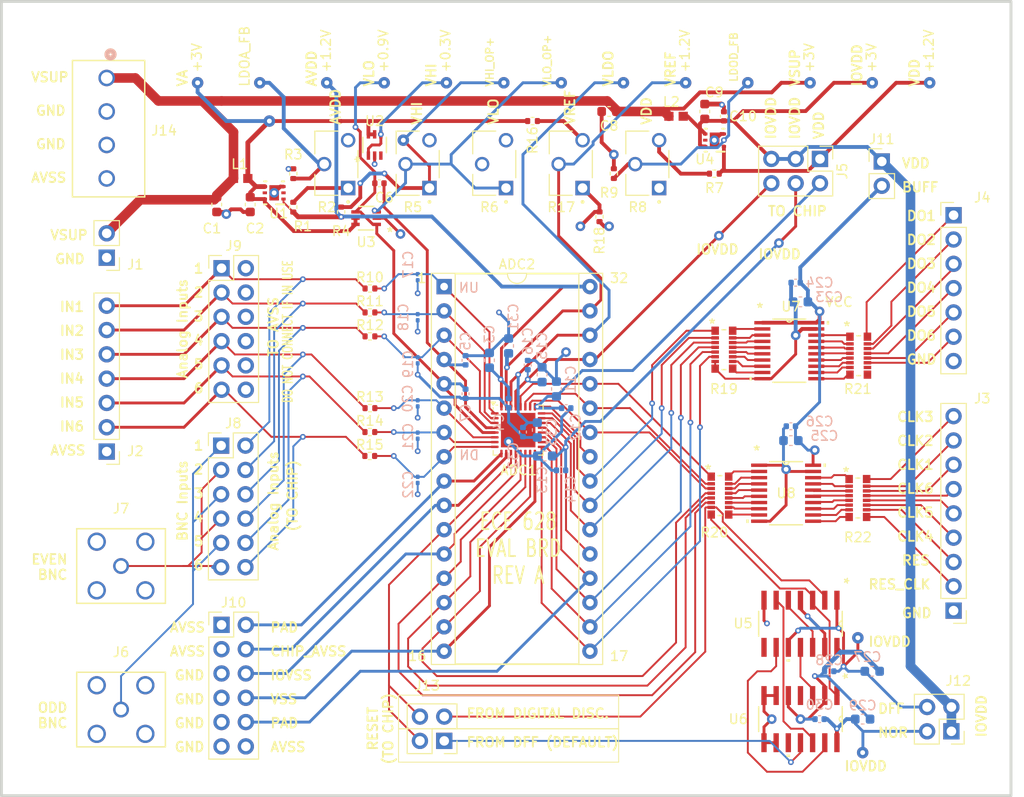
<source format=kicad_pcb>
(kicad_pcb (version 20240108) (generator "pcbnew") (generator_version "8.0")
  (layers (0 "F.Cu" signal "Interconnect1") (1 "In1.Cu" power "GND") (2 "In2.Cu" power "AVSS") (31 "B.Cu" signal "Interconnect2") (34 "B.Paste" user) (35 "F.Paste" user) (36 "B.SilkS" user "B.Silkscreen") (37 "F.SilkS" user "F.Silkscreen") (38 "B.Mask" user) (39 "F.Mask" user) (44 "Edge.Cuts" user))
  (net 0 "")
  (net 1 "/ADC/CK5")
  (net 2 "/ADC/VLDO")
  (net 3 "/ADC/VLO")
  (net 4 "/ADC/AVDD")
  (net 5 "Net-(ADC1-IN6)")
  (net 6 "Net-(ADC1-VSS)")
  (net 7 "/ADC/VHI")
  (net 8 "Net-(ADC1-IN2)")
  (net 9 "Net-(ADC1-IN4)")
  (net 10 "/ADC/OUT2")
  (net 11 "/ADC/OUT6")
  (net 12 "/ADC/OUT4")
  (net 13 "/ADC/CK1")
  (net 14 "/ADC/CK4")
  (net 15 "/ADC/VREF")
  (net 16 "Net-(ADC1-IN1)")
  (net 17 "Net-(ADC1-VDD)")
  (net 18 "Net-(ADC1-PAD)")
  (net 19 "/ADC/OUT3")
  (net 20 "/ADC/CK2")
  (net 21 "Net-(ADC1-IN3)")
  (net 22 "/ADC/OUT1")
  (net 23 "Net-(ADC1-IN5)")
  (net 24 "Net-(ADC1-IOVDD-Pad29)")
  (net 25 "Net-(ADC1-IOVSS-Pad20)")
  (net 26 "/ADC/OUT5")
  (net 27 "Net-(ADC1-IOVSS-Pad12)")
  (net 28 "/ADC/CK6")
  (net 29 "Net-(ADC1-AVSS)")
  (net 30 "/ADC/CK3")
  (net 31 "Net-(ADC1-IOVDD-Pad21)")
  (net 32 "/ADC/RES")
  (net 33 "/AnalogSupply/VSUP")
  (net 34 "GND")
  (net 35 "/AnalogSupply/VA")
  (net 36 "/ADC/AVSS")
  (net 37 "/ADC/IOVDD")
  (net 38 "/Buffer/VCC")
  (net 39 "Net-(U5-*1CLR)")
  (net 40 "Net-(U6-VDD)")
  (net 41 "Net-(J6-Signal)")
  (net 42 "Net-(J7-Signal)")
  (net 43 "/Buffer/RESX")
  (net 44 "Net-(U6-M)")
  (net 45 "Net-(R1-Pad2)")
  (net 47 "Net-(U1-FB)")
  (net 48 "Net-(U2-+IN)")
  (net 50 "Net-(U3-+IN)")
  (net 52 "Net-(R7-Pad2)")
  (net 53 "/ADC/VDD")
  (net 54 "Net-(U4-FB)")
  (net 56 "/ADC/IN1")
  (net 57 "/ADC/IN2")
  (net 58 "/ADC/IN3")
  (net 59 "/ADC/IN4")
  (net 60 "/ADC/IN5")
  (net 61 "/ADC/IN6")
  (net 62 "/Buffer/CLK_IN1")
  (net 63 "/Buffer/CLK_IN2")
  (net 64 "/Buffer/CLK_IN3")
  (net 65 "/Buffer/CLK_IN4")
  (net 66 "/Buffer/CLK_IN5")
  (net 67 "/Buffer/CLK_IN6")
  (net 68 "/Buffer/RES_IND")
  (net 69 "/Buffer/CLK_IND")
  (net 70 "Net-(R16-Pad2)")
  (net 71 "Net-(R17-Pad1)")
  (net 74 "Net-(U5-*1Q)")
  (net 75 "Net-(U5-1Q)")
  (net 76 "/Buffer/CLKX")
  (net 77 "Net-(U5-2CLK)")
  (net 78 "Net-(U5-2Q)")
  (net 82 "/Buffer/DO4")
  (net 83 "/Buffer/DO2")
  (net 84 "/Buffer/DO3")
  (net 85 "/Buffer/DO5")
  (net 86 "/Buffer/DO1")
  (net 87 "/Buffer/DO6")
  (net 88 "Net-(U8-A5)")
  (net 89 "Net-(U8-A2)")
  (net 90 "Net-(U8-A1)")
  (net 91 "Net-(U8-A8)")
  (net 92 "Net-(U8-A6)")
  (net 93 "Net-(U8-A4)")
  (net 94 "Net-(U8-A7)")
  (net 95 "Net-(U8-A3)")
  (net 96 "Net-(U7-A5)")
  (net 97 "Net-(U7-A1)")
  (net 98 "Net-(U7-A2)")
  (net 99 "Net-(U7-A6)")
  (net 100 "Net-(U7-A8)")
  (net 101 "Net-(U7-A3)")
  (net 102 "Net-(U7-A4)")
  (net 103 "Net-(U7-A7)")
  (net 104 "Net-(U8-B5)")
  (net 105 "Net-(U8-B4)")
  (net 106 "Net-(U8-B7)")
  (net 107 "Net-(U8-B1)")
  (net 108 "Net-(U8-B8)")
  (net 109 "Net-(U8-B2)")
  (net 111 "Net-(U8-B3)")
  (net 112 "Net-(U8-B6)")
  (net 114 "Net-(U7-B6)")
  (net 115 "Net-(U7-B7)")
  (net 116 "Net-(U7-B5)")
  (net 117 "Net-(U7-B2)")
  (net 118 "Net-(U7-B3)")
  (net 119 "Net-(U7-B4)")
  (net 120 "Net-(U7-B1)")
  (net 121 "Net-(U7-B8)")
  (footprint "Connector_PinHeader_2.54mm:PinHeader_1x02_P2.54mm_Vertical" (layer "F.Cu") (at 160 74.225)
    (property "Reference" "J11")
    (property "Value" "Buffer_PWR_Jumper")
  )
  (footprint "Resistor_SMD:R_0402_1005Metric" (layer "F.Cu") (at 106.51 87.5)
    (property "Reference" "R10")
    (property "Value" "1k")
  )
  (footprint "Connector_PinHeader_2.54mm:PinHeader_2x06_P2.54mm_Vertical" (layer "F.Cu") (at 91 85.38)
    (property "Reference" "J9")
    (property "Value" "Analog_Input_Jumpers")
  )
  (footprint "SN74LVC245APWRFootprints:PW20" (layer "F.Cu") (at 150.3356 94)
    (property "Reference" "U7")
    (property "Value" "SN74LVC245APWR")
  )
  (footprint "Package_DFN_QFN:QFN-32-1EP_5x5mm_P0.5mm_EP3.6x3.6mm" (layer "F.Cu") (at 122 102.3)
    (property "Reference" "ADC1")
    (property "Value" "ADC_Chip")
  )
  (footprint "ECE628_lib:bnc_mini_gnd" (layer "F.Cu") (at 80.5 116.5 -90)
    (property "Reference" "J7")
    (property "Value" "BNC_Even")
  )
  (footprint "SN74LVC245APWRFootprints:PW20" (layer "F.Cu") (at 150 108.8928)
    (property "Reference" "U8")
    (property "Value" "SN74LVC245APWR")
  )
  (footprint "ECE628_lib:bnc_mini_gnd" (layer "F.Cu") (at 80.5 131.5 -90)
    (property "Reference" "J6")
    (property "Value" "BNC_Odd")
  )
  (footprint "Resistor_SMD:R_0402_1005Metric" (layer "F.Cu") (at 98.5 79 90)
    (property "Reference" "R1")
    (property "Value" "1k")
  )
  (footprint "ECE628_lib:flip_flop_D14" (layer "F.Cu") (at 151.5 122.5362 -90)
    (property "Reference" "U5")
    (property "Value" "SN74HC74DR")
  )
  (footprint "ECE628_lib:nor_gate_D14" (layer "F.Cu") (at 151.5 132.5 -90)
    (property "Reference" "U6")
    (property "Value" "CD4001BM96")
  )
  (footprint "Capacitor_SMD:C_0402_1005Metric" (layer "F.Cu") (at 107.5 76.5)
    (property "Reference" "C6")
    (property "Value" "100n")
  )
  (footprint "Connector_PinHeader_2.54mm:PinHeader_2x02_P2.54mm_Vertical" (layer "F.Cu") (at 114.275 134.775 180)
    (property "Reference" "J13")
    (property "Value" "Reset_Signal_Jumpers")
  )
  (footprint "Resistor_SMD:R_0402_1005Metric" (layer "F.Cu") (at 106.51 100)
    (property "Reference" "R13")
    (property "Value" "1k")
  )
  (footprint "Resistor_SMD:R_0402_1005Metric" (layer "F.Cu") (at 98.5 75.5 -90)
    (property "Reference" "R3")
    (property "Value" "r=4.7k")
  )
  (footprint "Resistor_SMD:R_0402_1005Metric" (layer "F.Cu") (at 132 75.49 90)
    (property "Reference" "R9")
    (property "Value" "4.7k")
  )
  (footprint "ferriteBead120OhmFootprints:IND_BLM18_0603_MUR" (layer "F.Cu") (at 138.5 69.5 180)
    (property "Reference" "L2")
    (property "Value" "BLM18PG121SN1D")
  )
  (footprint "tps745Footprints:DRV0006A_NV" (layer "F.Cu") (at 96.5 77.5 180)
    (property "Reference" "U1")
    (property "Value" "TPS74501PDRVR")
  )
  (footprint "Package_DIP:DIP-32_W15.24mm_Socket" (layer "F.Cu") (at 114.26 87.3)
    (property "Reference" "ADC2")
    (property "Value" "ADC_Socket")
  )
  (footprint "Connector_PinHeader_2.54mm:PinHeader_2x06_P2.54mm_Vertical" (layer "F.Cu") (at 91 122.65)
    (property "Reference" "J10")
    (property "Value" "Chip_AVSS_GND_Jumpers")
  )
  (footprint "opampADA4807Footprints:KS-6_ADI" (layer "F.Cu") (at 106.11125 80.149999 180)
    (property "Reference" "U3")
    (property "Value" "ADA4807-1AKSZ-R7")
  )
  (footprint "Capacitor_SMD:C_0603_1608Metric" (layer "F.Cu") (at 141.5 69 90)
    (property "Reference" "C9")
    (property "Value" "4.7u")
  )
  (footprint "Capacitor_SMD:C_0603_1608Metric" (layer "F.Cu") (at 94 78.725 -90)
    (property "Reference" "C2")
    (property "Value" "4.7u")
  )
  (footprint "Resistor_SMD:R_0402_1005Metric" (layer "F.Cu") (at 130.5 80 -90)
    (property "Reference" "R18")
    (property "Value" "4.7k")
  )
  (footprint "Resistor_SMD:R_0402_1005Metric" (layer "F.Cu") (at 106.5 102.5)
    (property "Reference" "R14")
    (property "Value" "1k")
  )
  (footprint "opampADA4807Footprints:KS-6_ADI" (layer "F.Cu") (at 107 72.5 90)
    (property "Reference" "U2")
    (property "Value" "ADA4807-1AKSZ-R7")
  )
  (footprint "Connector_PinHeader_2.54mm:PinHeader_1x07_P2.54mm_Vertical" (layer "F.Cu") (at 167.5 79.84)
    (property "Reference" "J4")
    (property "Value" "Digital_Output_Pins")
  )
  (footprint "Capacitor_SMD:C_0402_1005Metric" (layer "F.Cu") (at 143.5 69.5 90)
    (property "Reference" "C10")
    (property "Value" "100n")
  )
  (footprint "Connector_PinHeader_2.54mm:PinHeader_2x03_P2.54mm_Vertical" (layer "F.Cu") (at 153.54 73.96 -90)
    (property "Reference" "J5")
    (property "Value" "Chip_VDD_Jumpers")
  )
  (footprint "Resistor_SMD:R_0402_1005Metric" (layer "F.Cu") (at 142.5 75.5 180)
    (property "Reference" "R7")
    (property "Value" "1k")
  )
  (footprint "Resistor_SMD:R_0402_1005Metric" (layer "F.Cu") (at 103.5 79.5 90)
    (property "Reference" "R4")
    (property "Value" "1k")
  )
  (footprint "Resistor_SMD:R_0402_1005Metric" (layer "F.Cu") (at 106.51 90)
    (property "Reference" "R11")
    (property "Value" "1k")
  )
  (footprint "ECE628_lib:potentiometer_10turn" (layer "F.Cu") (at 111.5 74.5 90)
    (property "Reference" "R5")
    (property "Value" "10k")
  )
  (footprint "ECE628_lib:potentiometer_10turn" (layer "F.Cu") (at 103 74.5 90)
    (property "Reference" "R2")
    (property "Value" "10k")
  )
  (footprint "Resistor_SMD:R_0402_1005Metric" (layer "F.Cu") (at 123.5 70)
    (property "Reference" "R16")
    (property "Value" "4.7k")
  )
  (footprint "ECE628_lib:potentiometer_10turn" (layer "F.Cu") (at 119.5 74.5 90)
    (property "Reference" "R6")
    (property "Value" "10k")
  )
  (footprint "tps745Footprints:DRV0006A_NV" (layer "F.Cu") (at 142.525001 72 180)
    (property "Reference" "U4")
    (property "Value" "TPS74501PDRVR")
  )
  (footprint "Resistor_SMD:R_0402_1005Metric" (layer "F.Cu") (at 106.49 105)
    (property "Reference" "R15")
    (property "Value" "1k")
  )
  (footprint "Connector_PinHeader_2.54mm:PinHeader_1x02_P2.54mm_Vertical" (layer "F.Cu") (at 79 84.275 180)
    (property "Reference" "J1")
    (property "Value" "PWR_Supply_Pins")
  )
  (footprint "22res_arrayFootprints:RES_EXB2HV" (layer "F.Cu") (at 157.5 109.3928)
    (property "Reference" "R22")
    (property "Value" "EXB-2HV220JV")
  )
  (footprint "Capacitor_SMD:C_0603_1608Metric" (layer "F.Cu") (at 90.5 78.725 -90)
    (property "Reference" "C1")
    (property "Value" "4.7u")
  )
  (footprint "Connector_PinHeader_2.54mm:PinHeader_1x07_P2.54mm_Vertical" (layer "F.Cu") (at 79 104.54 180)
    (property "Reference" "J2")
    (property "Value" "Analog_Input_Pins")
  )
  (footprint "Connector_PinHeader_2.54mm:PinHeader_2x02_P2.54mm_Vertical" (layer "F.Cu") (at 167.275 133.775 180)
    (property "Reference" "J12")
    (property "Value" "Reset_PWR_Jumpers")
  )
  (footprint "22res_arrayFootprints:RES_EXB2HV" (layer "F.Cu") (at 157.5856 94.5188)
    (property "Reference" "R21")
    (property "Value" "EXB-2HV220JV")
  )
  (footprint "ferriteBead120OhmFootprints:IND_BLM18_0603_MUR" (layer "F.Cu") (at 93 76 180)
    (property "Reference" "L1")
    (property "Value" "BLM18PG121SN1D")
  )
  (footprint "TermBlck_4posFootprints:CONN4_1546551-4_TEC" (layer "F.Cu") (at 79 65.499999 -90)
    (property "Reference" "J14")
    (property "Value" "1546551-4")
  )
  (footprint "ECE628_lib:potentiometer_10turn" (layer "F.Cu") (at 127.5 74.5 90)
    (property "Reference" "R17")
    (property "Value" "10k")
  )
  (footprint "Capacitor_SMD:C_0603_1608Metric" (layer "F.Cu") (at 131.5 69 180)
    (property "Reference" "C8")
    (property "Value" "4.7u")
  )
  (footprint "Connector_PinHeader_2.54mm:PinHeader_2x06_P2.54mm_Vertical" (layer "F.Cu") (at 90.96 103.92)
    (property "Reference" "J8")
    (property "Value" "BNC_Jumpers")
  )
  (footprint "22res_arrayFootprints:RES_EXB2HV" (layer "F.Cu") (at 143.5 93.8928)
    (property "Reference" "R19")
    (property "Value" "EXB-2HV220JV")
  )
  (footprint "ECE628_lib:potentiometer_10turn" (layer "F.Cu") (at 135.5 74.5 90)
    (property "Reference" "R8")
    (property "Value" "10k")
  )
  (footprint "22res_arrayFootprints:RES_EXB2HV" (layer "F.Cu") (at 143.0856 109.139434)
    (property "Reference" "R20")
    (property "Value" "EXB-2HV220JV")
  )
  (footprint "Resistor_SMD:R_0402_1005Metric" (layer "F.Cu") (at 106.51 92.5)
    (property "Reference" "R12")
    (property "Value" "1k")
  )
  (footprint "Connector_PinHeader_2.54mm:PinHeader_1x09_P2.54mm_Vertical" (layer "F.Cu") (at 167.5 121.16 180)
    (property "Reference" "J3")
    (property "Value" "Digital_Input_Pins")
  )
  (footprint "Capacitor_SMD:C_0201_0603Metric" (layer "B.Cu") (at 111.5 90.5 -90)
    (property "Reference" "C18")
    (property "Value" "100pF")
  )
  (footprint "Capacitor_SMD:C_0603_1608Metric" (layer "B.Cu") (at 159 127.5)
    (property "Reference" "C27")
    (property "Value" "4.7u")
  )
  (footprint "Capacitor_SMD:C_0201_0603Metric" (layer "B.Cu") (at 111.5 107.5 -90)
    (property "Reference" "C22")
    (property "Value" "100pF")
  )
  (footprint "Capacitor_SMD:C_0201_0603Metric" (layer "B.Cu") (at 111.5 95 -90)
    (property "Reference" "C19")
    (property "Value" "100pF")
  )
  (footprint "Capacitor_SMD:C_0402_1005Metric" (layer "B.Cu") (at 116.5 98.5 90)
    (property "Reference" "C7")
    (property "Value" "100n")
  )
  (footprint "Capacitor_SMD:C_0402_1005Metric" (layer "B.Cu") (at 126.48 106.5 180)
    (property "Reference" "C14")
    (property "Value" "100n")
  )
  (footprint "Capacitor_SMD:C_0603_1608Metric" (layer "B.Cu") (at 119 95 90)
    (property "Reference" "C3")
    (property "Value" "4.7u")
  )
  (footprint "Capacitor_SMD:C_0201_0603Metric" (layer "B.Cu") (at 111.5 99.5 -90)
    (property "Reference" "C20")
    (property "Value" "100pF")
  )
  (footprint "Capacitor_SMD:C_0402_1005Metric" (layer "B.Cu") (at 123 95.5 90)
    (property "Reference" "C16")
    (property "Value" "100n")
  )
  (footprint "Capacitor_SMD:C_0201_0603Metric" (layer "B.Cu") (at 111.5 86.32 -90)
    (property "Reference" "C17")
    (property "Value" "100pF")
  )
  (footprint "Capacitor_SMD:C_0402_1005Metric" (layer "B.Cu") (at 154.5 127.5 180)
    (property "Reference" "C28")
    (property "Value" "100n")
  )
  (footprint "Capacitor_SMD:C_0402_1005Metric" (layer "B.Cu") (at 121 99.48 90)
    (property "Reference" "C4")
    (property "Value" "100n")
  )
  (footprint "Capacitor_SMD:C_0603_1608Metric" (layer "B.Cu") (at 124 102.29 -90)
    (property "Reference" "C33")
    (property "Value" "4.7u")
  )
  (footprint "Capacitor_SMD:C_0402_1005Metric" (layer "B.Cu") (at 150.5 101.8928 180)
    (property "Reference" "C26")
    (property "Value" "100n")
  )
  (footprint "Capacitor_SMD:C_0603_1608Metric" (layer "B.Cu") (at 151.5 88.8928 180)
    (property "Reference" "C23")
    (property "Value" "4.7u")
  )
  (footprint "Capacitor_SMD:C_0603_1608Metric" (layer "B.Cu") (at 124.775 105 180)
    (property "Reference" "C13")
    (property "Value" "4.7u")
  )
  (footprint "Capacitor_SMD:C_0603_1608Metric" (layer "B.Cu") (at 158 132.5 180)
    (property "Reference" "C29")
    (property "Value" "4.7u")
  )
  (footprint "Capacitor_SMD:C_0402_1005Metric" (layer "B.Cu") (at 127.02 100)
    (property "Reference" "C12")
    (property "Value" "100n")
  )
  (footprint "Capacitor_SMD:C_0603_1608Metric" (layer "B.Cu") (at 121 93.5 90)
    (property "Reference" "C31")
    (property "Value" "4.7u")
  )
  (footprint "Capacitor_SMD:C_0402_1005Metric" (layer "B.Cu") (at 122.5 102.5 -90)
    (property "Reference" "C32")
    (property "Value" "100n")
  )
  (footprint "Capacitor_SMD:C_0603_1608Metric" (layer "B.Cu") (at 150.5 103.3928 180)
    (property "Reference" "C25")
    (property "Value" "4.7u")
  )
  (footprint "Capacitor_SMD:C_0402_1005Metric" (layer "B.Cu") (at 151 86.8928 180)
    (property "Reference" "C24")
    (property "Value" "100n")
  )
  (footprint "Capacitor_SMD:C_0402_1005Metric" (layer "B.Cu") (at 116.5 95 -90)
    (property "Reference" "C5")
    (property "Value" "100n")
  )
  (footprint "Capacitor_SMD:C_0603_1608Metric" (layer "B.Cu") (at 124.5 96.5 90)
    (property "Reference" "C15")
    (property "Value" "4.7u")
  )
  (footprint "Capacitor_SMD:C_0201_0603Metric" (layer "B.Cu") (at 111.5 102.88 -90)
    (property "Reference" "C21")
    (property "Value" "100pF")
  )
  (footprint "Capacitor_SMD:C_0402_1005Metric" (layer "B.Cu") (at 153.5 132.5)
    (property "Reference" "C30")
    (property "Value" "100n")
  )
  (footprint "Capacitor_SMD:C_0603_1608Metric" (layer "B.Cu") (at 126 98 90)
    (property "Reference" "C11")
    (property "Value" "4.7u")
  )
  (gr_rect (start 109.5 130) (end 132.5 133.505) (stroke (width 0.1)) (fill none) (layer "F.SilkS"))
  (gr_rect (start 109.5 133.505) (end 132.5 137) (stroke (width 0.1)) (fill none) (layer "F.SilkS"))
  (gr_rect (start 68 57.5) (end 173.5 140.5) (stroke (width 0.3)) (fill none) (layer "Edge.Cuts"))
  (gr_text "UN" (at 118 88 0) (layer "B.SilkS") (effects (font (size 1 1)) (justify left bottom mirror)))
  (gr_text "DN" (at 118 105.5 0) (layer "B.SilkS") (effects (font (size 1 1)) (justify left bottom mirror)))
  (gr_text "FROM DFF (DEFAULT)" (at 116.5 135.5 0) (layer "F.SilkS") (effects (font (size 1 1) (thickness 0.2) (bold yes)) (justify left bottom)))
  (gr_text "CLK4" (at 161.5 114 0) (layer "F.SilkS") (effects (font (size 1 1) (thickness 0.2) (bold yes)) (justify left bottom)))
  (gr_text "VLO_OP+" (at 125.5 66.5 90) (layer "F.SilkS") (effects (font (size 0.8 0.8) (thickness 0.15) (bold yes)) (justify left bottom)))
  (gr_text "PAD" (at 96 133.5 0) (layer "F.SilkS") (effects (font (size 1 1) (thickness 0.2) (bold yes)) (justify left bottom)))
  (gr_text "VSUP" (at 151.5 66.5 90) (layer "F.SilkS") (effects (font (size 1 1) (thickness 0.2) (bold yes)) (justify left bottom)))
  (gr_text "TO CHIP" (at 148 80 0) (layer "F.SilkS") (effects (font (size 1 1) (thickness 0.2) (bold yes)) (justify left bottom)))
  (gr_text "AVSS" (at 73 105 0) (layer "F.SilkS") (effects (font (size 1 1) (thickness 0.2) (bold yes)) (justify left bottom)))
  (gr_text "Analog Inputs" (at 87.5 97 90) (layer "F.SilkS") (effects (font (size 1 1) (thickness 0.2) (bold yes)) (justify left bottom)))
  (gr_text "32" (at 131.5 87 0) (layer "F.SilkS") (effects (font (size 1 1) (thickness 0.15) (bold yes)) (justify left bottom)))
  (gr_text "IOVDD" (at 147 84.5 0) (layer "F.SilkS") (effects (font (size 1 1) (thickness 0.2) (bold yes)) (justify left bottom)))
  (gr_text "16" (at 112.5 126.5 0) (layer "F.SilkS") (effects (font (size 1 1) (thickness 0.15) (bold yes)) (justify right bottom)))
  (gr_text "AVDD" (at 103.5 70.5 90) (layer "F.SilkS") (effects (font (size 1 1) (thickness 0.2) (bold yes)) (justify left bottom)))
  (gr_text "RESET\n(TO CHIP)" (at 109 133.5 90) (layer "F.SilkS") (effects (font (size 1 1) (thickness 0.2) (bold yes)) (justify bottom)))
  (gr_text "CLK6" (at 161.5 109 0) (layer "F.SilkS") (effects (font (size 1 1) (thickness 0.2) (bold yes)) (justify left bottom)))
  (gr_text "4" (at 88 93.5 0) (layer "F.SilkS") (effects (font (size 1 1) (thickness 0.2) (bold yes)) (justify left bottom)))
  (gr_text "3" (at 88 109.5 0) (layer "F.SilkS") (effects (font (size 1 1) (thickness 0.2) (bold yes)) (justify left bottom)))
  (gr_text "GND" (at 162 122 0) (layer "F.SilkS") (effects (font (size 1 1) (thickness 0.2) (bold yes)) (justify left bottom)))
  (gr_text "LDOA_FB\n" (at 94 66.5 90) (layer "F.SilkS") (effects (font (size 1 1) (thickness 0.15) (bold yes)) (justify left bottom)))
  (gr_text "VA" (at 87.5 66.5 90) (layer "F.SilkS") (effects (font (size 1 1) (thickness 0.2) (bold yes)) (justify left bottom)))
  (gr_text "(TO CHIP)" (at 99 113 90) (layer "F.SilkS") (effects (font (size 1 1) (thickness 0.2) (bold yes)) (justify left bottom)))
  (gr_text "RES_CLK" (at 158.5 119 0) (layer "F.SilkS") (effects (font (size 1 1) (thickness 0.2) (bold yes)) (justify left bottom)))
  (gr_text "DO3" (at 162.5 85.5 0) (layer "F.SilkS") (effects (font (size 1 1) (thickness 0.2) (bold yes)) (justify left bottom)))
  (gr_text "VSS" (at 96 131 0) (layer "F.SilkS") (effects (font (size 1 1) (thickness 0.2) (bold yes)) (justify left bottom)))
  (gr_text "VDD" (at 154 72 90) (layer "F.SilkS") (effects (font (size 1 1) (thickness 0.2) (bold yes)) (justify left bottom)))
  (gr_text "IOVDD" (at 151.5 72 90) (layer "F.SilkS") (effects (font (size 1 1) (thickness 0.2) (bold yes)) (justify left bottom)))
  (gr_text "+3V" (at 89 65 90) (layer "F.SilkS") (effects (font (size 1 1)) (justify left bottom)))
  (gr_text "IOVDD" (at 158 66.5 90) (layer "F.SilkS") (effects (font (size 1 1) (thickness 0.2) (bold yes)) (justify left bottom)))
  (gr_text "IN6" (at 74 102.5 0) (layer "F.SilkS") (effects (font (size 1 1) (thickness 0.2) (bold yes)) (justify left bottom)))
  (gr_text "VDD" (at 164 66.5 90) (layer "F.SilkS") (effects (font (size 1 1) (thickness 0.2) (bold yes)) (justify left bottom)))
  (gr_text "VHI" (at 112 70.5 90) (layer "F.SilkS") (effects (font (size 1 1) (thickness 0.2) (bold yes)) (justify left bottom)))
  (gr_text "IN4" (at 74 97.5 0) (layer "F.SilkS") (effects (font (size 1 1) (thickness 0.2) (bold yes)) (justify left bottom)))
  (gr_text "GND\n" (at 71.5 69.5 0) (layer "F.SilkS") (effects (font (size 1 1) (thickness 0.2) (bold yes)) (justify left bottom)))
  (gr_text "IN5" (at 74 100 0) (layer "F.SilkS") (effects (font (size 1 1) (thickness 0.2) (bold yes)) (justify left bottom)))
  (gr_text "GND\n" (at 86 131 0) (layer "F.SilkS") (effects (font (size 1 1) (thickness 0.2) (bold yes)) (justify left bottom)))
  (gr_text "IOVSS" (at 96 128.5 0) (layer "F.SilkS") (effects (font (size 1 1) (thickness 0.2) (bold yes)) (justify left bottom)))
  (gr_text "AVSS" (at 96 136 0) (layer "F.SilkS") (effects (font (size 1 1) (thickness 0.2) (bold yes)) (justify left bottom)))
  (gr_text "AVSS" (at 85.5 123.5 0) (layer "F.SilkS") (effects (font (size 1 1) (thickness 0.2) (bold yes)) (justify left bottom)))
  (gr_text "DO4" (at 162.5 88 0) (layer "F.SilkS") (effects (font (size 1 1) (thickness 0.2) (bold yes)) (justify left bottom)))
  (gr_text "GND\n" (at 86 133.5 0) (layer "F.SilkS") (effects (font (size 1 1) (thickness 0.2) (bold yes)) (justify left bottom)))
  (gr_text "CLK5" (at 161.5 111.5 0) (layer "F.SilkS") (effects (font (size 1 1) (thickness 0.2) (bold yes)) (justify left bottom)))
  (gr_text "VREF" (at 128 70.5 90) (layer "F.SilkS") (effects (font (size 1 1) (thickness 0.2) (bold yes)) (justify left bottom)))
  (gr_text "4" (at 88 112 0) (layer "F.SilkS") (effects (font (size 1 1) (thickness 0.2) (bold yes)) (justify left bottom)))
  (gr_text "ECE 628\nEVAL BRD\nREV A" (at 122 118.5 0) (layer "F.SilkS") (effects (font (size 1.75 1.25) (thickness 0.2) (bold yes)) (justify bottom)))
  (gr_text "VLDO" (at 132 66.5 90) (layer "F.SilkS") (effects (font (size 1 1) (thickness 0.2) (bold yes)) (justify left bottom)))
  (gr_text "VSUP" (at 73 82.5 0) (layer "F.SilkS") (effects (font (size 1 1) (thickness 0.2) (bold yes)) (justify left bottom)))
  (gr_text "BNC Inputs" (at 87.5 114 90) (layer "F.SilkS") (effects (font (size 1 1) (thickness 0.2) (bold yes)) (justify left bottom)))
  (gr_text "NOR" (at 159.5 134.5 0) (layer "F.SilkS") (effects (font (size 1 1) (thickness 0.2) (bold yes)) (justify left bottom)))
  (gr_text "BUFF" (at 162 77.5 0) (layer "F.SilkS") (effects (font (size 1 1) (thickness 0.2) (bold yes)) (justify left bottom)))
  (gr_text "VDD" (at 136 70.5 90) (layer "F.SilkS") (effects (font (size 1 1) (thickness 0.2) (bold yes)) (justify left bottom)))
  (gr_text "FROM DIGITAL DISC." (at 116.5 132.5 0) (layer "F.SilkS") (effects (font (size 1 1) (thickness 0.2) (bold yes)) (justify left bottom)))
  (gr_text "IOVDD" (at 156 138 0) (layer "F.SilkS") (effects (font (size 1 1) (thickness 0.2) (bold yes)) (justify left bottom)))
  (gr_text "6" (at 88 117 0) (layer "F.SilkS") (effects (font (size 1 1) (thickness 0.2) (bold yes)) (justify left bottom)))
  (gr_text "Analog Inputs" (at 97 115 90) (layer "F.SilkS") (effects (font (size 1 1) (thickness 0.2) (bold yes)) (justify left bottom)))
  (gr_text "+3V" (at 159.5 65 90) (layer "F.SilkS") (effects (font (size 1 1) (thickness 0.15) (bold yes)) (justify left bottom)))
  (gr_text "IOVDD" (at 149 72 90) (layer "F.SilkS") (effects (font (size 1 1) (thickness 0.2) (bold yes)) (justify left bottom)))
  (gr_text "+1.2V" (at 102.5 65 90) (layer "F.SilkS") (effects (font (size 1 1)) (justify left bottom)))
  (gr_text "DO6" (at 162.5 93 0) (layer "F.SilkS") (effects (font (size 1 1) (thickness 0.2) (bold yes)) (justify left bottom)))
  (gr_text "AVSS" (at 85.5 126 0) (layer "F.SilkS") (effects (font (size 1 1) (thickness 0.2) (bold yes)) (justify left bottom)))
  (gr_text "IOVDD" (at 158.5 125 0) (layer "F.SilkS") (effects (font (size 1 1) (thickness 0.2) (bold yes)) (justify left bottom)))
  (gr_text "IN3" (at 74 95 0) (layer "F.SilkS") (effects (font (size 1 1) (thickness 0.2) (bold yes)) (justify left bottom)))
  (gr_text "3" (at 88 91 0) (layer "F.SilkS") (effects (font (size 1 1) (thickness 0.2) (bold yes)) (justify left bottom)))
  (gr_text "2" (at 88 88.5 0) (layer "F.SilkS") (effects (font (size 1 1) (thickness 0.2) (bold yes)) (justify left bottom)))
  (gr_text "GND\n" (at 71.5 73 0) (layer "F.SilkS") (effects (font (size 1 1) (thickness 0.2) (bold yes)) (justify left bottom)))
  (gr_text "1" (at 88 86 0) (layer "F.SilkS") (effects (font (size 1 1) (thickness 0.2) (bold yes)) (justify left bottom)))
  (gr_text "VHI_OP+" (at 119.5 66.5 90) (layer "F.SilkS") (effects (font (size 0.8 0.8) (thickness 0.15) (bold yes)) (justify left bottom)))
  (gr_text "6" (at 88 98.5 0) (layer "F.SilkS") (effects (font (size 1 1) (thickness 0.2) (bold yes)) (justify left bottom)))
  (gr_text "VREF\n" (at 138.5 66.5 90) (layer "F.SilkS") (effects (font (size 1 1) (thickness 0.2) (bold yes)) (justify left bottom)))
  (gr_text "PAD" (at 96 123.5 0) (layer "F.SilkS") (effects (font (size 1 1) (thickness 0.2) (bold yes)) (justify left bottom)))
  (gr_text "AVSS\n" (at 71 76.5 0) (layer "F.SilkS") (effects (font (size 1 1) (thickness 0.2) (bold yes)) (justify left bottom)))
  (gr_text "DO5" (at 162.5 90.5 0) (layer "F.SilkS") (effects (font (size 1 1) (thickness 0.2) (bold yes)) (justify left bottom)))
  (gr_text "CLK3" (at 161.5 101.5 0) (layer "F.SilkS") (effects (font (size 1 1) (thickness 0.2) (bold yes)) (justify left bottom)))
  (gr_text "VHI" (at 113.5 66.5 90) (layer "F.SilkS") (effects (font (size 1 1) (thickness 0.2) (bold yes)) (justify left bottom)))
  (gr_text "TO AVSS" (at 97 91.5 90) (layer "F.SilkS") (effects (font (size 1 1) (thickness 0.2) (bold yes)) (justify bottom)))
  (gr_text "17" (at 131.5 126.5 0) (layer "F.SilkS") (effects (font (size 1 1) (thickness 0.15) (bold yes)) (justify left bottom)))
  (gr_text "VCC" (at 154 89.5 0) (layer "F.SilkS") (effects (font (size 1 1)) (justify left bottom)))
  (gr_text "+0.3V" (at 115 65 90) (layer "F.SilkS") (effects (font (size 1 1) (thickness 0.15) (bold yes)) (justify left bottom)))
  (gr_text "VDD" (at 162 75 0) (layer "F.SilkS") (effects (font (size 1 1) (thickness 0.2) (bold yes)) (justify left bottom)))
  (gr_text "IOVDD" (at 140.5 84 0) (layer "F.SilkS") (effects (font (size 1 1) (thickness 0.2) (bold yes)) (justify left bottom)))
  (gr_text "GND\n" (at 86 136 0) (layer "F.SilkS") (effects (font (size 1 1) (thickness 0.2) (bold yes)) (justify left bottom)))
  (gr_text "VLO" (at 120 70.5 90) (layer "F.SilkS") (effects (font (size 1 1) (thickness 0.2) (bold yes)) (justify left bottom)))
  (gr_text "CLK2" (at 161.5 104 0) (layer "F.SilkS") (effects (font (size 1 1) (thickness 0.2) (bold yes)) (justify left bottom)))
  (gr_text "VLO" (at 107 66.5 90) (layer "F.SilkS") (effects (font (size 1 1) (thickness 0.2) (bold yes)) (justify left bottom)))
  (gr_text "CLK1" (at 161.5 106.5 0) (layer "F.SilkS") (effects (font (size 1 1) (thickness 0.2) (bold yes)) (justify left bottom)))
  (gr_text "DO2" (at 162.5 83 0) (layer "F.SilkS") (effects (font (size 1 1) (thickness 0.2) (bold yes)) (justify left bottom)))
  (gr_text "ODD\nBNC" (at 75 133.5 0) (layer "F.SilkS") (effects (font (size 1 1) (thickness 0.2) (bold yes)) (justify right bottom)))
  (gr_text "AVDD" (at 101 66.5 90) (layer "F.SilkS") (effects (font (size 1 1) (thickness 0.2) (bold yes)) (justify left bottom)))
  (gr_text "RES" (at 162 116.5 0) (layer "F.SilkS") (effects (font (size 1 1) (thickness 0.2) (bold yes)) (justify left bottom)))
  (gr_text "+1.2V" (at 140 65 90) (layer "F.SilkS") (effects (font (size 1 1) (thickness 0.15) (bold yes)) (justify left bottom)))
  (gr_text "CHIP_AVSS\n" (at 96 126 0) (layer "F.SilkS") (effects (font (size 1 1) (thickness 0.2) (bold yes)) (justify left bottom)))
  (gr_text "GND\n" (at 86 128.5 0) (layer "F.SilkS") (effects (font (size 1 1) (thickness 0.2) (bold yes)) (justify left bottom)))
  (gr_text "IN1" (at 74 90 0) (layer "F.SilkS") (effects (font (size 1 1) (thickness 0.2) (bold yes)) (justify left bottom)))
  (gr_text "LDOD_FB\n" (at 145 66 90) (layer "F.SilkS") (effects (font (size 0.8 0.8) (thickness 0.15) (bold yes)) (justify left bottom)))
  (gr_text "GND" (at 162.5 95.5 0) (layer "F.SilkS") (effects (font (size 1 1) (thickness 0.2) (bold yes)) (justify left bottom)))
  (gr_text "+1.2V" (at 165.5 65 90) (layer "F.SilkS") (effects (font (size 1 1) (thickness 0.15) (bold yes)) (justify left bottom)))
  (gr_text "+3V" (at 153 65 90) (layer "F.SilkS") (effects (font (size 1 1) (thickness 0.15) (bold yes)) (justify left bottom)))
  (gr_text "DO1" (at 162.5 80.5 0) (layer "F.SilkS") (effects (font (size 1 1) (thickness 0.2) (bold yes)) (justify left bottom)))
  (gr_text "5" (at 88 114.5 0) (layer "F.SilkS") (effects (font (size 1 1) (thickness 0.2) (bold yes)) (justify left bottom)))
  (gr_text "VSUP" (at 71 66 0) (layer "F.SilkS") (effects (font (size 1 1) (thickness 0.2) (bold yes)) (justify left bottom)))
  (gr_text "DFF" (at 159.5 132 0) (layer "F.SilkS") (effects (font (size 1 1) (thickness 0.2) (bold yes)) (justify left bottom)))
  (gr_text "+0.9V" (at 108.5 65 90) (layer "F.SilkS") (effects (font (size 1 1) (thickness 0.15) (bold yes)) (justify left bottom)))
  (gr_text "EVEN\nBNC" (at 75 118 0) (layer "F.SilkS") (effects (font (size 1 1) (thickness 0.2) (bold yes)) (justify right bottom)))
  (gr_text "1" (at 88 104.5 0) (layer "F.SilkS") (effects (font (size 1 1) (thickness 0.2) (bold yes)) (justify left bottom)))
  (gr_text "IN2" (at 74 92.5 0) (layer "F.SilkS") (effects (font (size 1 1) (thickness 0.2) (bold yes)) (justify left bottom)))
  (gr_text "1" (at 112.5 87 0) (layer "F.SilkS") (effects (font (size 1 1) (thickness 0.15) (bold yes)) (justify right bottom)))
  (gr_text "GND\n" (at 73.5 85 0) (layer "F.SilkS") (effects (font (size 1 1) (thickness 0.2) (bold yes)) (justify left bottom)))
  (gr_text "2" (at 88 107 0) (layer "F.SilkS") (effects (font (size 1 1) (thickness 0.2) (bold yes)) (justify left bottom)))
  (gr_text "IOVDD" (at 171 134.5 90) (layer "F.SilkS") (effects (font (size 1 1) (thickness 0.2) (bold yes)) (justify left bottom)))
  (gr_text "DO NOT CONNECT IF IN USE" (at 98.5 92 90) (layer "F.SilkS") (effects (font (size 1 0.7) (thickness 0.15) (bold yes)) (justify bottom)))
  (gr_text "5" (at 88 96 0) (layer "F.SilkS") (effects (font (size 1 1) (thickness 0.2) (bold yes)) (justify left bottom)))
  (segment (start 112.5 129) (end 110.5 127) (width 0.2) (layer "F.Cu") (net 1))
  (segment (start 117 114) (end 122.75 108.25) (width 0.2) (layer "F.Cu") (net 1))
  (segment (start 139.5 111.463822) (end 139.5 125) (width 0.2) (layer "F.Cu") (net 1))
  (segment (start 142.1712 109.386322) (end 141.5775 109.386322) (width 0.2) (layer "F.Cu") (net 1))
  (segment (start 139.5 125) (end 135.5 129) (width 0.2) (layer "F.Cu") (net 1))
  (segment (start 114.26 120.32) (end 117 117.58) (width 0.2) (layer "F.Cu") (net 1))
  (segment (start 110.5 124.08) (end 114.26 120.32) (width 0.2) (layer "F.Cu") (net 1))
  (segment (start 110.5 127) (end 110.5 124.08) (width 0.2) (layer "F.Cu") (net 1))
  (segment (start 114.26 120.32) (end 114.72 120.32) (width 0.2) (layer "F.Cu") (net 1))
  (segment (start 141.5775 109.386322) (end 139.5 111.463822) (width 0.2) (layer "F.Cu") (net 1))
  (segment (start 117 117.58) (end 117 114) (width 0.2) (layer "F.Cu") (net 1))
  (segment (start 122.75 108.25) (end 122.75 104.75) (width 0.2) (layer "F.Cu") (net 1))
  (segment (start 135.5 129) (end 112.5 129) (width 0.2) (layer "F.Cu") (net 1))
  (segment (start 126.12 92.38) (end 129.5 92.38) (width 0.3) (layer "F.Cu") (net 2))
  (segment (start 122 96.5) (end 126.12 92.38) (width 0.3) (layer "F.Cu") (net 2))
  (segment (start 122 96.5) (end 121.25 97.25) (width 0.3) (layer "F.Cu") (net 2))
  (segment (start 121.25 97.25) (end 121.25 99.85) (width 0.3) (layer "F.Cu") (net 2))
  (via (at 122 96.5) (size 0.6) (drill 0.3) (layers "F.Cu" "B.Cu") (net 2))
  (via (at 133 66) (size 1.2) (drill 0.5) (layers "F.Cu" "B.Cu") (net 2))
  (segment (start 129.62 92.38) (end 129.5 92.38) (width 0.3) (layer "B.Cu") (net 2))
  (segment (start 122 96.5) (end 122 100.51) (width 0.3) (layer "B.Cu") (net 2))
  (segment (start 124 101.515) (end 123.005 101.515) (width 0.3) (layer "B.Cu") (net 2))
  (segment (start 122.5 73.5) (end 122.5 78.673654) (width 0.3) (layer "B.Cu") (net 2))
  (segment (start 122.5 78.673654) (end 131.5 87.673654) (width 0.3) (layer "B.Cu") (net 2))
  (segment (start 130 66) (end 122.5 73.5) (width 0.3) (layer "B.Cu") (net 2))
  (segment (start 122 100.51) (end 123.005 101.515) (width 0.3) (layer "B.Cu") (net 2))
  (segment (start 131.5 87.673654) (end 131.5 90.5) (width 0.3) (layer "B.Cu") (net 2))
  (segment (start 123.005 101.515) (end 122.5 102.02) (width 0.3) (layer "B.Cu") (net 2))
  (segment (start 131.5 90.5) (end 129.62 92.38) (width 0.3) (layer "B.Cu") (net 2))
  (segment (start 133 66) (end 130 66) (width 0.3) (layer "B.Cu") (net 2))
  (segment (start 109 83.538749) (end 109 92.2) (width 0.3) (layer "F.Cu") (net 3))
  (segment (start 107.02 75.336002) (end 107.02 77.48) (width 0.3) (layer "F.Cu") (net 3))
  (segment (start 109 92.2) (end 114.26 97.46) (width 0.3) (layer "F.Cu") (net 3))
  (segment (start 106.819949 80.799998) (end 105.519951 79.5) (width 0.3) (layer "F.Cu") (net 3))
  (segment (start 114.26 97.85) (end 115.41 99) (width 0.3) (layer "F.Cu") (net 3))
  (segment (start 115.41 99) (end 115.41 99.66) (width 0.3) (layer "F.Cu") (net 3))
  (segment (start 115.41 99.66) (end 118.3 102.55) (width 0.3) (layer "F.Cu") (net 3))
  (segment (start 114.26 97.46) (end 114.26 97.85) (width 0.3) (layer "F.Cu") (net 3))
  (segment (start 109 83.538749) (end 107.2225 81.761249) (width 0.3) (layer "F.Cu") (net 3))
  (segment (start 105.519951 79.5) (end 105 79.5) (width 0.3) (layer "F.Cu") (net 3))
  (segment (start 105.5 73.816002) (end 107.02 75.336002) (width 0.3) (layer "F.Cu") (net 3))
  (segment (start 107.2225 80.799998) (end 106.819949 80.799998) (width 0.3) (layer "F.Cu") (net 3))
  (segment (start 118.3 102.55) (end 119.55 102.55) (width 0.3) (layer "F.Cu") (net 3))
  (segment (start 107.02 77.48) (end 105 79.5) (width 0.3) (layer "F.Cu") (net 3))
  (segment (start 107.2225 81.761249) (end 107.2225 80.799998) (width 0.3) (layer "F.Cu") (net 3))
  (segment (start 105.5 71.127) (end 105.5 73.816002) (width 0.3) (layer "F.Cu") (net 3))
  (segment (start 105 70.627) (end 105.5 71.127) (width 0.3) (layer "F.Cu") (net 3))
  (via (at 105 70.627) (size 0.6) (drill 0.3) (layers "F.Cu" "B.Cu") (net 3))
  (via (at 108 66) (size 1.2) (drill 0.5) (layers "F.Cu" "B.Cu") (net 3))
  (segment (start 105 70.627) (end 105 66.5) (width 0.3) (layer "B.Cu") (net 3))
  (segment (start 114.26 97.46) (end 115.94 97.46) (width 0.3) (layer "B.Cu") (net 3))
  (segment (start 105.5 66) (end 108 66) (width 0.3) (layer "B.Cu") (net 3))
  (segment (start 105 66.5) (end 105.5 66) (width 0.3) (layer "B.Cu") (net 3))
  (segment (start 115.94 97.46) (end 116.5 98.02) (width 0.3) (layer "B.Cu") (net 3))
  (segment (start 103.5 80.01) (end 103.49 80) (width 0.4) (layer "F.Cu") (net 4))
  (segment (start 120.25 99.85) (end 120.25 93.75) (width 0.3) (layer "F.Cu") (net 4))
  (segment (start 126.7 87.3) (end 129.5 87.3) (width 0.3) (layer "F.Cu") (net 4))
  (segment (start 120.25 93.75) (end 126.7 87.3) (width 0.3) (layer "F.Cu") (net 4))
  (segment (start 97.474999 78.484999) (end 98.5 79.51) (width 0.2) (layer "F.Cu") (net 4))
  (segment (start 99 80.01) (end 103.5 80.01) (width 0.5) (layer "F.Cu") (net 4))
  (segment (start 97.474999 78.150001) (end 97.474999 78.484999) (width 0.2) (layer "F.Cu") (net 4))
  (segment (start 98.5 79.51) (end 99 80.01) (width 0.5) (layer "F.Cu") (net 4))
  (via (at 120.173 97) (size 0.6) (drill 0.3) (layers "F.Cu" "B.Cu") (net 4))
  (via (at 102 66) (size 1.2) (drill 0.5) (layers "F.Cu" "B.Cu") (net 4))
  (via (at 103.5 80.01) (size 0.6) (drill 0.3) (layers "F.Cu" "B.Cu") (net 4))
  (segment (start 103.532999 79.977001) (end 112.977001 79.977001) (width 0.4) (layer "B.Cu") (net 4))
  (segment (start 112.977001 79.977001) (end 120.3 87.3) (width 0.4) (layer "B.Cu") (net 4))
  (segment (start 103 67) (end 102 66) (width 0.4) (layer "B.Cu") (net 4))
  (segment (start 103 79.51) (end 103 67) (width 0.4) (layer "B.Cu") (net 4))
  (segment (start 103.5 80.01) (end 103 79.51) (width 0.4) (layer "B.Cu") (net 4))
  (segment (start 121 97.827) (end 120.173 97) (width 0.3) (layer "B.Cu") (net 4))
  (segment (start 120.173 96.948) (end 119 95.775) (width 0.3) (layer "B.Cu") (net 4))
  (segment (start 120.173 97) (end 120.173 96.948) (width 0.3) (layer "B.Cu") (net 4))
  (segment (start 103.5 80.01) (end 103.532999 79.977001) (width 0.4) (layer "B.Cu") (net 4))
  (segment (start 121 99) (end 121 97.827) (width 0.3) (layer "B.Cu") (net 4))
  (segment (start 120.3 87.3) (end 129.5 87.3) (width 0.4) (layer "B.Cu") (net 4))
  (segment (start 119.55 104.05) (end 115.29 104.05) (width 0.2) (layer "F.Cu") (net 5))
  (segment (start 115.29 104.05) (end 114.26 105.08) (width 0.2) (layer "F.Cu") (net 5))
  (segment (start 109 105) (end 107 105) (width 0.2) (layer "F.Cu") (net 5))
  (via (at 109 105) (size 0.6) (drill 0.3) (layers "F.Cu" "B.Cu") (net 5))
  (segment (start 109 105) (end 111.18 107.18) (width 0.2) (layer "B.Cu") (net 5))
  (segment (start 111.18 107.18) (end 111.5 107.18) (width 0.2) (layer "B.Cu") (net 5))
  (segment (start 114.26 105.08) (end 112.16 107.18) (width 0.2) (layer "B.Cu") (net 5))
  (segment (start 112.16 107.18) (end 111.5 107.18) (width 0.2) (layer "B.Cu") (net 5))
  (segment (start 119 114.5) (end 119 120.66) (width 0.3) (layer "F.Cu") (net 6))
  (segment (start 123.75 104.75) (end 123.75 109.75) (width 0.3) (layer "F.Cu") (net 6))
  (segment (start 123.75 109.75) (end 119 114.5) (width 0.3) (layer "F.Cu") (net 6))
  (segment (start 119 120.66) (end 114.26 125.4) (width 0.3) (layer "F.Cu") (net 6))
  (segment (start 93.54 130.27) (end 99.73 130.27) (width 0.3) (layer "B.Cu") (net 6))
  (segment (start 99.73 130.27) (end 104.6 125.4) (width 0.3) (layer "B.Cu") (net 6))
  (segment (start 114.26 125.4) (end 104.6 125.4) (width 0.3) (layer "B.Cu") (net 6))
  (segment (start 107.5 72.5) (end 107.649999 72.350001) (width 0.3) (layer "F.Cu") (net 7))
  (segment (start 118.65387 102.05) (end 116.5 99.89613) (width 0.3) (layer "F.Cu") (net 7))
  (segment (start 106.723101 72.5) (end 107.5 72.5) (width 0.3) (layer "F.Cu") (net 7))
  (segment (start 116.5 99.89613) (end 116.5 97.16) (width 0.3) (layer "F.Cu") (net 7))
  (segment (start 112.5 83.5) (end 107.98 78.98) (width 0.3) (layer "F.Cu") (net 7))
  (segment (start 107.649999 72.350001) (end 107.649999 71.38875) (width 0.3) (layer "F.Cu") (net 7))
  (segment (start 106.350001 73.61125) (end 106.350001 72.8731) (width 0.3) (layer "F.Cu") (net 7))
  (segment (start 119.55 102.05) (end 118.65387 102.05) (width 0.3) (layer "F.Cu") (net 7))
  (segment (start 107.98 78.98) (end 107.98 76.5) (width 0.3) (layer "F.Cu") (net 7))
  (segment (start 112.5 93.16) (end 112.5 83.5) (width 0.3) (layer "F.Cu") (net 7))
  (segment (start 106.350001 72.8731) (end 106.723101 72.5) (width 0.3) (layer "F.Cu") (net 7))
  (segment (start 114.26 94.92) (end 112.5 93.16) (width 0.3) (layer "F.Cu") (net 7))
  (segment (start 116.5 97.16) (end 114.26 94.92) (width 0.3) (layer "F.Cu") (net 7))
  (via (at 107.649999 71.38875) (size 0.6) (drill 0.3) (layers "F.Cu" "B.Cu") (net 7))
  (via (at 114.5 66) (size 1.2) (drill 0.5) (layers "F.Cu" "B.Cu") (net 7))
  (segment (start 114.82 95.48) (end 114.26 94.92) (width 0.3) (layer "B.Cu") (net 7))
  (segment (start 116.5 95.48) (end 114.82 95.48) (width 0.3) (layer "B.Cu") (net 7))
  (segment (start 112 66) (end 107.649999 70.350001) (width 0.3) (layer "B.Cu") (net 7))
  (segment (start 107.649999 70.350001) (end 107.649999 71.38875) (width 0.3) (layer "B.Cu") (net 7))
  (segment (start 114.5 66) (end 112 66) (width 0.3) (layer "B.Cu") (net 7))
  (segment (start 118.5 100.399999) (end 118.5 94.08) (width 0.2) (layer "F.Cu") (net 8))
  (segment (start 118.5 94.08) (end 114.26 89.84) (width 0.2) (layer "F.Cu") (net 8))
  (segment (start 119.55 101.05) (end 119.150001 101.05) (width 0.2) (layer "F.Cu") (net 8))
  (segment (start 119.150001 101.05) (end 118.5 100.399999) (width 0.2) (layer "F.Cu") (net 8))
  (segment (start 108 90) (end 107.02 90) (width 0.2) (layer "F.Cu") (net 8))
  (via (at 108 90) (size 0.6) (drill 0.3) (layers "F.Cu" "B.Cu") (net 8))
  (segment (start 113.92 90.18) (end 114.26 89.84) (width 0.2) (layer "B.Cu") (net 8))
  (segment (start 111.5 90.18) (end 113.92 90.18) (width 0.2) (layer "B.Cu") (net 8))
  (segment (start 108.18 90.18) (end 111.5 90.18) (width 0.2) (layer "B.Cu") (net 8))
  (segment (start 108 90) (end 108.18 90.18) (width 0.2) (layer "B.Cu") (net 8))
  (segment (start 117.31 103.05) (end 114.26 100) (width 0.2) (layer "F.Cu") (net 9))
  (segment (start 119.55 103.05) (end 117.31 103.05) (width 0.2) (layer "F.Cu") (net 9))
  (segment (start 107.02 100) (end 109 100) (width 0.2) (layer "F.Cu") (net 9))
  (via (at 109 100) (size 0.6) (drill 0.3) (layers "F.Cu" "B.Cu") (net 9))
  (segment (start 113.44 99.18) (end 114.26 100) (width 0.2) (layer "B.Cu") (net 9))
  (segment (start 109.5 100) (end 110.32 99.18) (width 0.2) (layer "B.Cu") (net 9))
  (segment (start 114.08 100.18) (end 114.26 100) (width 0.2) (layer "B.Cu") (net 9))
  (segment (start 109 100) (end 109.5 100) (width 0.2) (layer "B.Cu") (net 9))
  (segment (start 110.32 99.18) (end 111.5 99.18) (width 0.2) (layer "B.Cu") (net 9))
  (segment (start 111.5 99.18) (end 113.44 99.18) (width 0.2) (layer "B.Cu") (net 9))
  (segment (start 127.827 103.327) (end 127.827 108.487) (width 0.2) (layer "F.Cu") (net 10))
  (segment (start 124.45 101.05) (end 125.55 101.05) (width 0.2) (layer "F.Cu") (net 10))
  (segment (start 125.55 101.05) (end 127.827 103.327) (width 0.2) (layer "F.Cu") (net 10))
  (segment (start 137 100) (end 137 95.5) (width 0.2) (layer "F.Cu") (net 10))
  (segment (start 127.827 108.487) (end 129.5 110.16) (width 0.2) (layer "F.Cu") (net 10))
  (segment (start 139.840878 92.659122) (end 142.5856 92.659122) (width 0.2) (layer "F.Cu") (net 10))
  (segment (start 137 95.5) (end 139.840878 92.659122) (width 0.2) (layer "F.Cu") (net 10))
  (via (at 137 100) (size 0.6) (drill 0.3) (layers "F.Cu" "B.Cu") (net 10))
  (segment (start 137 102.66) (end 129.5 110.16) (width 0.2) (layer "B.Cu") (net 10))
  (segment (start 137 100) (end 137 102.66) (width 0.2) (layer "B.Cu") (net 10))
  (segment (start 141.960826 94.63321) (end 142.5856 94.63321) (width 0.2) (layer "F.Cu") (net 11))
  (segment (start 124.45 104.05) (end 124.45 120.35) (width 0.2) (layer "F.Cu") (net 11))
  (segment (start 124.45 120.35) (end 129.5 125.4) (width 0.2) (layer "F.Cu") (net 11))
  (segment (start 141 102) (end 141 95.594036) (width 0.2) (layer "F.Cu") (net 11))
  (segment (start 141 95.594036) (end 141.960826 94.63321) (width 0.2) (layer "F.Cu") (net 11))
  (via (at 141 102) (size 0.6) (drill 0.3) (layers "F.Cu" "B.Cu") (net 11))
  (segment (start 141 102) (end 141 113.9) (width 0.2) (layer "B.Cu") (net 11))
  (segment (start 141 113.9) (end 129.5 125.4) (width 0.2) (layer "B.Cu") (net 11))
  (segment (start 124.45 103.05) (end 124.812447 103.05) (width 0.2) (layer "F.Cu") (net 12))
  (segment (start 126 116.82) (end 129.5 120.32) (width 0.2) (layer "F.Cu") (net 12))
  (segment (start 139 95.5) (end 140.853834 93.646166) (width 0.2) (layer "F.Cu") (net 12))
  (segment (start 124.812447 103.05) (end 126 104.237553) (width 0.2) (layer "F.Cu") (net 12))
  (segment (start 140.853834 93.646166) (end 142.5856 93.646166) (width 0.2) (layer "F.Cu") (net 12))
  (segment (start 126 104.237553) (end 126 116.82) (width 0.2) (layer "F.Cu") (net 12))
  (segment (start 139 101) (end 139 95.5) (width 0.2) (layer "F.Cu") (net 12))
  (via (at 139 101) (size 0.6) (drill 0.3) (layers "F.Cu" "B.Cu") (net 12))
  (segment (start 139 110.82) (end 129.5 120.32) (width 0.2) (layer "B.Cu") (net 12))
  (segment (start 139 101) (end 139 110.82) (width 0.2) (layer "B.Cu") (net 12))
  (segment (start 123.477001 99.223) (end 126.183 99.223) (width 0.2) (layer "F.Cu") (net 13))
  (segment (start 126.183 99.223) (end 129.5 102.54) (width 0.2) (layer "F.Cu") (net 13))
  (segment (start 123.25 99.85) (end 123.25 99.450001) (width 0.2) (layer "F.Cu") (net 13))
  (segment (start 135.718222 102.54) (end 129.5 102.54) (width 0.2) (layer "F.Cu") (net 13))
  (segment (start 141.5775 108.399278) (end 135.718222 102.54) (width 0.2) (layer "F.Cu") (net 13))
  (segment (start 123.25 99.450001) (end 123.477001 99.223) (width 0.2) (layer "F.Cu") (net 13))
  (segment (start 142.1712 108.399278) (end 141.5775 108.399278) (width 0.2) (layer "F.Cu") (net 13))
  (segment (start 140.5 110.957344) (end 140.5 125.5) (width 0.2) (layer "F.Cu") (net 14))
  (segment (start 122.25 107.5) (end 122.25 104.75) (width 0.2) (layer "F.Cu") (net 14))
  (segment (start 140.5 125.5) (end 136 130) (width 0.2) (layer "F.Cu") (net 14))
  (segment (start 114.26 117.78) (end 114.72 117.78) (width 0.2) (layer "F.Cu") (net 14))
  (segment (start 116 116.04) (end 116 113.75) (width 0.2) (layer "F.Cu") (net 14))
  (segment (start 114.26 117.78) (end 116 116.04) (width 0.2) (layer "F.Cu") (net 14))
  (segment (start 136 130) (end 112 130) (width 0.2) (layer "F.Cu") (net 14))
  (segment (start 116 113.75) (end 122.25 107.5) (width 0.2) (layer "F.Cu") (net 14))
  (segment (start 141.5775 109.879844) (end 140.5 110.957344) (width 0.2) (layer "F.Cu") (net 14))
  (segment (start 109.5 122.54) (end 114.26 117.78) (width 0.2) (layer "F.Cu") (net 14))
  (segment (start 109.5 127.5) (end 109.5 122.54) (width 0.2) (layer "F.Cu") (net 14))
  (segment (start 112 130) (end 109.5 127.5) (width 0.2) (layer "F.Cu") (net 14))
  (segment (start 142.1712 109.879844) (end 141.5775 109.879844) (width 0.2) (layer "F.Cu") (net 14))
  (segment (start 126.23 82) (end 126.23 74.5) (width 0.3) (layer "F.Cu") (net 15))
  (segment (start 126.66 89.84) (end 120.75 95.75) (width 0.3) (layer "F.Cu") (net 15))
  (segment (start 129.5 89.84) (end 126.66 89.84) (width 0.3) (layer "F.Cu") (net 15))
  (segment (start 120.75 95.75) (end 120.75 99.85) (width 0.3) (layer "F.Cu") (net 15))
  (segment (start 130.65 86.42) (end 126.23 82) (width 0.3) (layer "F.Cu") (net 15))
  (segment (start 130.65 86.42) (end 130.65 88.69) (width 0.3) (layer "F.Cu") (net 15))
  (segment (start 130.65 88.69) (end 129.5 89.84) (width 0.3) (layer "F.Cu") (net 15))
  (via (at 139.5 66) (size 1.2) (drill 0.5) (layers "F.Cu" "B.Cu") (net 15))
  (via (at 120.827 95.75) (size 0.6) (drill 0.3) (layers "F.Cu" "B.Cu") (net 15))
  (segment (start 139.5 66) (end 136 66) (width 0.3) (layer "B.Cu") (net 15))
  (segment (start 120.827 95.75) (end 120.827 94.448) (width 0.4) (layer "B.Cu") (net 15))
  (segment (start 129.834 72.166) (end 129.834 72.457292) (width 0.3) (layer "B.Cu") (net 15))
  (segment (start 120.827 94.448) (end 121 94.275) (width 0.4) (layer "B.Cu") (net 15))
  (segment (start 136 66) (end 129.834 72.166) (width 0.3) (layer "B.Cu") (net 15))
  (segment (start 129.834 72.457292) (end 127.791292 74.5) (width 0.3) (layer "B.Cu") (net 15))
  (segment (start 127.791292 74.5) (end 126.23 74.5) (width 0.3) (layer "B.Cu") (net 15))
  (segment (start 108 87.5) (end 107.02 87.5) (width 0.2) (layer "F.Cu") (net 16))
  (segment (start 119.55 100.55) (end 119 100) (width 0.2) (layer "F.Cu") (net 16))
  (segment (start 119 100) (end 119 92.04) (width 0.2) (layer "F.Cu") (net 16))
  (segment (start 119 92.04) (end 114.26 87.3) (width 0.2) (layer "F.Cu") (net 16))
  (via (at 108 87.5) (size 0.6) (drill 0.3) (layers "F.Cu" "B.Cu") (net 16))
  (segment (start 114.26 87.3) (end 112.96 86) (width 0.2) (layer "B.Cu") (net 16))
  (segment (start 109.5 86) (end 111.5 86) (width 0.2) (layer "B.Cu") (net 16))
  (segment (start 114.06 87.5) (end 114.26 87.3) (width 0.2) (layer "B.Cu") (net 16))
  (segment (start 112.96 86) (end 111.5 86) (width 0.2) (layer "B.Cu") (net 16))
  (segment (start 108 87.5) (end 109.5 86) (width 0.2) (layer "B.Cu") (net 16))
  (segment (start 123.75 99.85) (end 124 99.85) (width 0.2) (layer "F.Cu") (net 17))
  (segment (start 128.5 103) (end 128.5 104.08) (width 0.2) (layer "F.Cu") (net 17))
  (segment (start 128.5 104.08) (end 129.5 105.08) (width 0.2) (layer "F.Cu") (net 17))
  (segment (start 125.35 99.85) (end 128.5 103) (width 0.2) (layer "F.Cu") (net 17))
  (segment (start 124 99.85) (end 125.35 99.85) (width 0.2) (layer "F.Cu") (net 17))
  (via (at 124 99.85) (size 0.6) (drill 0.3) (layers "F.Cu" "B.Cu") (net 17))
  (segment (start 125.075 98.775) (end 124 99.85) (width 0.3) (layer "B.Cu") (net 17))
  (segment (start 128.705 96.07) (end 133.97 96.07) (width 0.3) (layer "B.Cu") (net 17))
  (segment (start 126 98.775) (end 128.705 96.07) (width 0.3) (layer "B.Cu") (net 17))
  (segment (start 133.97 96.07) (end 153.54 76.5) (width 0.3) (layer "B.Cu") (net 17))
  (segment (start 126 98.775) (end 125.075 98.775) (width 0.3) (layer "B.Cu") (net 17))
  (segment (start 124.15 100) (end 126.54 100) (width 0.3) (layer "B.Cu") (net 17))
  (segment (start 124 99.85) (end 124.15 100) (width 0.2) (layer "B.Cu") (net 17))
  (segment (start 120.25 104.75) (end 117.38 107.62) (width 0.3) (layer "F.Cu") (net 18))
  (segment (start 117.38 107.62) (end 114.26 107.62) (width 0.3) (layer "F.Cu") (net 18))
  (segment (start 93.54 122.65) (end 99.35 122.65) (width 0.3) (layer "B.Cu") (net 18))
  (segment (start 114.26 107.74) (end 114.26 107.62) (width 0.3) (layer "B.Cu") (net 18))
  (segment (start 99.35 122.65) (end 114.26 107.74) (width 0.3) (layer "B.Cu") (net 18))
  (segment (start 138 95.5) (end 140.347356 93.152644) (width 0.2) (layer "F.Cu") (net 19))
  (segment (start 129.5 112.7) (end 127.5 110.7) (width 0.2) (layer "F.Cu") (net 19))
  (segment (start 138 100.5) (end 138 95.5) (width 0.2) (layer "F.Cu") (net 19))
  (segment (start 140.347356 93.152644) (end 142.5856 93.152644) (width 0.2) (layer "F.Cu") (net 19))
  (segment (start 127.5 110.7) (end 127.5 103.712448) (width 0.2) (layer "F.Cu") (net 19))
  (segment (start 127.5 103.712448) (end 125.337552 101.55) (width 0.2) (layer "F.Cu") (net 19))
  (segment (start 125.337552 101.55) (end 124.45 101.55) (width 0.2) (layer "F.Cu") (net 19))
  (via (at 138 100.5) (size 0.6) (drill 0.3) (layers "F.Cu" "B.Cu") (net 19))
  (segment (start 138 100.5) (end 138 104.2) (width 0.2) (layer "B.Cu") (net 19))
  (segment (start 138 104.2) (end 129.5 112.7) (width 0.2) (layer "B.Cu") (net 19))
  (segment (start 122.75 99.350001) (end 123.600001 98.5) (width 0.2) (layer "F.Cu") (net 20))
  (segment (start 123.600001 98.5) (end 128 98.5) (width 0.2) (layer "F.Cu") (net 20))
  (segment (start 133.671744 100) (end 129.5 100) (width 0.2) (layer "F.Cu") (net 20))
  (segment (start 141.5775 107.905756) (end 133.671744 100) (width 0.2) (layer "F.Cu") (net 20))
  (segment (start 128 98.5) (end 129.5 100) (width 0.2) (layer "F.Cu") (net 20))
  (segment (start 122.75 99.85) (end 122.75 99.350001) (width 0.2) (layer "F.Cu") (net 20))
  (segment (start 142.1712 107.905756) (end 141.5775 107.905756) (width 0.2) (layer "F.Cu") (net 20))
  (segment (start 118 100.399999) (end 118 96.12) (width 0.2) (layer "F.Cu") (net 21))
  (segment (start 118 96.12) (end 114.26 92.38) (width 0.2) (layer "F.Cu") (net 21))
  (segment (start 119.55 101.55) (end 119.150001 101.55) (width 0.2) (layer "F.Cu") (net 21))
  (segment (start 108 92.5) (end 107.02 92.5) (width 0.2) (layer "F.Cu") (net 21))
  (segment (start 119.150001 101.55) (end 118 100.399999) (width 0.2) (layer "F.Cu") (net 21))
  (via (at 108 92.5) (size 0.6) (drill 0.3) (layers "F.Cu" "B.Cu") (net 21))
  (segment (start 111.5 94.68) (end 110.18 94.68) (width 0.2) (layer "B.Cu") (net 21))
  (segment (start 111.96 94.68) (end 111.5 94.68) (width 0.2) (layer "B.Cu") (net 21))
  (segment (start 114.26 92.38) (end 111.96 94.68) (width 0.2) (layer "B.Cu") (net 21))
  (segment (start 110.18 94.68) (end 108 92.5) (width 0.2) (layer "B.Cu") (net 21))
  (segment (start 124.45 100.55) (end 125.55 100.55) (width 0.2) (layer "F.Cu") (net 22))
  (segment (start 139.5884 91.9116) (end 142.5856 91.9116) (width 0.2) (layer "F.Cu") (net 22))
  (segment (start 125.55 100.55) (end 128.173 103.173) (width 0.2) (layer "F.Cu") (net 22))
  (segment (start 128.173 103.173) (end 128.173 106.293) (width 0.2) (layer "F.Cu") (net 22))
  (segment (start 136 99.5) (end 136 95.5) (width 0.2) (layer "F.Cu") (net 22))
  (segment (start 128.173 106.293) (end 129.5 107.62) (width 0.2) (layer "F.Cu") (net 22))
  (segment (start 136 95.5) (end 139.5884 91.9116) (width 0.2) (layer "F.Cu") (net 22))
  (via (at 136 99.5) (size 0.6) (drill 0.3) (layers "F.Cu" "B.Cu") (net 22))
  (segment (start 136 99.5) (end 136 101.12) (width 0.2) (layer "B.Cu") (net 22))
  (segment (start 136 101.12) (end 129.5 107.62) (width 0.2) (layer "B.Cu") (net 22))
  (segment (start 115.27 103.55) (end 114.26 102.54) (width 0.2) (layer "F.Cu") (net 23))
  (segment (start 119.55 103.55) (end 115.27 103.55) (width 0.2) (layer "F.Cu") (net 23))
  (segment (start 109 102.5) (end 107.01 102.5) (width 0.2) (layer "F.Cu") (net 23))
  (via (at 109 102.5) (size 0.6) (drill 0.3) (layers "F.Cu" "B.Cu") (net 23))
  (segment (start 114.26 102.54) (end 111.52 102.54) (width 0.2) (layer "B.Cu") (net 23))
  (segment (start 109 102.5) (end 109.06 102.56) (width 0.2) (layer "B.Cu") (net 23))
  (segment (start 109.06 102.56) (end 111.5 102.56) (width 0.2) (layer "B.Cu") (net 23))
  (segment (start 111.52 102.54) (end 111.5 102.56) (width 0.2) (layer "B.Cu") (net 23))
  (segment (start 129.5 94.92) (end 125.08 94.92) (width 0.3) (layer "F.Cu") (net 24))
  (segment (start 123 97) (end 121.75 98.25) (width 0.3) (layer "F.Cu") (net 24))
  (segment (start 142.98 81.98) (end 148.46 76.5) (width 0.3) (layer "F.Cu") (net 24))
  (segment (start 130.04 94.92) (end 129.5 94.92) (width 0.3) (layer "F.Cu") (net 24))
  (segment (start 142.98 81.98) (end 130.04 94.92) (width 0.3) (layer "F.Cu") (net 24))
  (segment (start 125.08 94.92) (end 123 97) (width 0.3) (layer "F.Cu") (net 24))
  (segment (start 121.75 98.25) (end 121.75 99.85) (width 0.3) (layer "F.Cu") (net 24))
  (via (at 142.98 81.98) (size 1) (drill 0.5) (layers "F.Cu" "B.Cu") (net 24))
  (via (at 123 97) (size 0.6) (drill 0.3) (layers "F.Cu" "B.Cu") (net 24))
  (segment (start 124.5 97.275) (end 123.275 97.275) (width 0.2) (layer "B.Cu") (net 24))
  (segment (start 123.275 97.275) (end 123 97) (width 0.2) (layer "B.Cu") (net 24))
  (segment (start 123 95.98) (end 123 97) (width 0.2) (layer "B.Cu") (net 24))
  (segment (start 124.45 102.55) (end 124.849999 102.55) (width 0.2) (layer "F.Cu") (net 25))
  (segment (start 126.446 104.146001) (end 126.446 104.418292) (width 0.2) (layer "F.Cu") (net 25))
  (segment (start 126.446 104.418292) (end 126.5 104.472292) (width 0.2) (layer "F.Cu") (net 25))
  (segment (start 126.5 114.78) (end 129.5 117.78) (width 0.2) (layer "F.Cu") (net 25))
  (segment (start 124.849999 102.55) (end 126.446 104.146001) (width 0.2) (layer "F.Cu") (net 25))
  (segment (start 126.5 104.472292) (end 126.5 114.78) (width 0.2) (layer "F.Cu") (net 25))
  (segment (start 100.19 132.81) (end 93.54 132.81) (width 0.3) (layer "B.Cu") (net 25))
  (segment (start 105.5 127.5) (end 119.78 127.5) (width 0.3) (layer "B.Cu") (net 25))
  (segment (start 105.5 127.5) (end 100.19 132.81) (width 0.3) (layer "B.Cu") (net 25))
  (segment (start 119.78 127.5) (end 129.5 117.78) (width 0.3) (layer "B.Cu") (net 25))
  (segment (start 125.077 104.234146) (end 125.5 104.657146) (width 0.2) (layer "F.Cu") (net 26))
  (segment (start 124.849999 103.55) (end 125.077 103.777001) (width 0.2) (layer "F.Cu") (net 26))
  (segment (start 124.45 103.55) (end 124.849999 103.55) (width 0.2) (layer "F.Cu") (net 26))
  (segment (start 140 101.5) (end 140 95.407897) (width 0.2) (layer "F.Cu") (net 26))
  (segment (start 141.268209 94.139688) (end 142.5856 94.139688) (width 0.2) (layer "F.Cu") (net 26))
  (segment (start 140 95.407897) (end 141.268209 94.139688) (width 0.2) (layer "F.Cu") (net 26))
  (segment (start 125.5 104.657146) (end 125.5 118.86) (width 0.2) (layer "F.Cu") (net 26))
  (segment (start 125.5 118.86) (end 129.5 122.86) (width 0.2) (layer "F.Cu") (net 26))
  (segment (start 125.077 103.777001) (end 125.077 104.234146) (width 0.2) (layer "F.Cu") (net 26))
  (via (at 140 101.5) (size 0.6) (drill 0.3) (layers "F.Cu" "B.Cu") (net 26))
  (segment (start 140 101.5) (end 140 112.36) (width 0.2) (layer "B.Cu") (net 26))
  (segment (start 140 112.36) (end 129.5 122.86) (width 0.2) (layer "B.Cu") (net 26))
  (segment (start 115.36 114.14) (end 115.36 113.14) (width 0.2) (layer "F.Cu") (net 27))
  (segment (start 115.36 113.14) (end 121.75 106.75) (width 0.2) (layer "F.Cu") (net 27))
  (segment (start 121.75 106.75) (end 121.75 104.75) (width 0.2) (layer "F.Cu") (net 27))
  (segment (start 114.26 115.24) (end 115.36 114.14) (width 0.2) (layer "F.Cu") (net 27))
  (segment (start 93.54 127.73) (end 97.77 127.73) (width 0.3) (layer "B.Cu") (net 27))
  (segment (start 110.26 115.24) (end 114.26 115.24) (width 0.3) (layer "B.Cu") (net 27))
  (segment (start 97.77 127.73) (end 110.26 115.24) (width 0.3) (layer "B.Cu") (net 27))
  (segment (start 118 119.12) (end 118 114.5) (width 0.2) (layer "F.Cu") (net 28))
  (segment (start 123.25 109.25) (end 123.25 104.75) (width 0.2) (layer "F.Cu") (net 28))
  (segment (start 141.5775 108.8928) (end 138.5 111.9703) (width 0.2) (layer "F.Cu") (net 28))
  (segment (start 112 125.12) (end 114.26 122.86) (width 0.2) (layer "F.Cu") (net 28))
  (segment (start 112 126.5) (end 112 125.12) (width 0.2) (layer "F.Cu") (net 28))
  (segment (start 138.5 111.9703) (end 138.5 124.5) (width 0.2) (layer "F.Cu") (net 28))
  (segment (start 113.5 128) (end 112 126.5) (width 0.2) (layer "F.Cu") (net 28))
  (segment (start 138.5 124.5) (end 135 128) (width 0.2) (layer "F.Cu") (net 28))
  (segment (start 114.26 122.86) (end 118 119.12) (width 0.2) (layer "F.Cu") (net 28))
  (segment (start 142.1712 108.8928) (end 141.5775 108.8928) (width 0.2) (layer "F.Cu") (net 28))
  (segment (start 135 128) (end 113.5 128) (width 0.2) (layer "F.Cu") (net 28))
  (segment (start 118 114.5) (end 123.25 109.25) (width 0.2) (layer "F.Cu") (net 28))
  (segment (start 115.739999 110.16) (end 114.26 110.16) (width 0.3) (layer "F.Cu") (net 29))
  (segment (start 120.75 105.149999) (end 115.739999 110.16) (width 0.3) (layer "F.Cu") (net 29))
  (segment (start 120.75 104.75) (end 120.75 105.149999) (width 0.3) (layer "F.Cu") (net 29))
  (segment (start 113.34 110.16) (end 114.26 110.16) (width 0.3) (layer "B.Cu") (net 29))
  (segment (start 93.54 125.19) (end 98.31 125.19) (width 0.3) (layer "B.Cu") (net 29))
  (segment (start 98.31 125.19) (end 113.34 110.16) (width 0.3) (layer "B.Cu") (net 29))
  (segment (start 129.24 97.277552) (end 129.24 97.46) (width 0.2) (layer "F.Cu") (net 30))
  (segment (start 132.472966 97.46) (end 129.5 97.46) (width 0.2) (layer "F.Cu") (net 30))
  (segment (start 122.25 99.85) (end 122.25 98.75) (width 0.2) (layer "F.Cu") (net 30))
  (segment (start 123.54 97.46) (end 129.5 97.46) (width 0.2) (layer "F.Cu") (net 30))
  (segment (start 142.1712 107.158234) (end 132.472966 97.46) (width 0.2) (layer "F.Cu") (net 30))
  (segment (start 122.25 98.75) (end 123.54 97.46) (width 0.2) (layer "F.Cu") (net 30))
  (segment (start 149.25 82.75) (end 151 81) (width 0.3) (layer "F.Cu") (net 31))
  (segment (start 127 112.74) (end 129.5 115.24) (width 0.2) (layer "F.Cu") (net 31))
  (segment (start 124.849999 102.05) (end 127 104.200001) (width 0.2) (layer "F.Cu") (net 31))
  (segment (start 124.45 102.05) (end 124.849999 102.05) (width 0.2) (layer "F.Cu") (net 31))
  (segment (start 127 104.200001) (end 127 112.74) (width 0.2) (layer "F.Cu") (net 31))
  (segment (start 151 81) (end 151 76.5) (width 0.3) (layer "F.Cu") (net 31))
  (via (at 149.25 82.75) (size 1) (drill 0.5) (layers "F.Cu" "B.Cu") (net 31))
  (via (at 126.968891 104.080314) (size 0.6) (drill 0.3) (layers "F.Cu" "B.Cu") (net 31))
  (segment (start 126.968891 104.080314) (end 126.96 104.089205) (width 0.3) (layer "B.Cu") (net 31))
  (segment (start 130.61 101.39) (end 129.023654 101.39) (width 0.3) (layer "B.Cu") (net 31))
  (segment (start 126.049205 105) (end 125.55 105) (width 0.3) (layer "B.Cu") (net 31))
  (segment (start 149.25 82.75) (end 130.61 101.39) (width 0.3) (layer "B.Cu") (net 31))
  (segment (start 126.968891 103.444763) (end 126.968891 104.080314) (width 0.3) (layer "B.Cu") (net 31))
  (segment (start 150.5 76.5) (end 151 76.5) (width 0.3) (layer "B.Cu") (net 31))
  (segment (start 129.023654 101.39) (end 126.968891 103.444763) (width 0.3) (layer "B.Cu") (net 31))
  (segment (start 126.968891 104.080314) (end 126.049205 105) (width 0.3) (layer "B.Cu") (net 31))
  (segment (start 126.96 104.089205) (end 126.96 106.5) (width 0.3) (layer "B.Cu") (net 31))
  (segment (start 121.25 105.75) (end 121.25 104.75) (width 0.2) (layer "F.Cu") (net 32))
  (segment (start 108.5 131.54) (end 108.5 129) (width 0.2) (layer "F.Cu") (net 32))
  (segment (start 111.735 132.235) (end 108.5 129) (width 0.2) (layer "F.Cu") (net 32))
  (segment (start 114.3 112.7) (end 121.25 105.75) (width 0.2) (layer "F.Cu") (net 32))
  (segment (start 108.5 118.46) (end 114.26 112.7) (width 0.2) (layer "F.Cu") (net 32))
  (segment (start 111.735 134.775) (end 108.5 131.54) (width 0.2) (layer "F.Cu") (net 32))
  (segment (start 108.5 129) (end 108.5 118.46) (width 0.2) (layer "F.Cu") (net 32))
  (segment (start 114.26 112.7) (end 114.3 112.7) (width 0.2) (layer "F.Cu") (net 32))
  (segment (start 90.5 77.95) (end 90.225 78.225) (width 1) (layer "F.Cu") (net 33))
  (segment (start 92.2507 71.1487) (end 89 67.898) (width 1) (layer "F.Cu") (net 33))
  (segment (start 149.5 66) (end 148.5 67) (width 0.4) (layer "F.Cu") (net 33))
  (segment (start 139.2969 68.7031) (end 137.5476 68.7031) (width 0.4) (layer "F.Cu") (net 33))
  (segment (start 84.398 67.898) (end 89 67.898) (width 1) (layer "F.Cu") (net 33))
  (segment (start 137.5476 68.7031) (end 137.2507 69) (width 0.4) (layer "F.Cu") (net 33))
  (segment (start 152.5 66) (end 149.5 66) (width 0.4) (layer "F.Cu") (net 33))
  (segment (start 79 65.499999) (end 81.999999 65.499999) (width 1) (layer "F.Cu") (net 33))
  (segment (start 148.5 67) (end 141 67) (width 0.4) (layer "F.Cu") (net 33))
  (segment (start 90.225 78.225) (end 82.51 78.225) (width 1) (layer "F.Cu") (net 33))
  (segment (start 141 67) (end 139.2969 68.7031) (width 0.4) (layer "F.Cu") (net 33))
  (segment (start 131.309146 67.898) (end 91 67.898) (width 1) (layer "F.Cu") (net 33))
  (segment (start 132.275 68.863854) (end 131.309146 67.898) (width 1) (layer "F.Cu") (net 33))
  (segment (start 132.275 69) (end 132.275 68.863854) (width 1) (layer "F.Cu") (net 33))
  (segment (start 92.2507 76) (end 92.2507 71.1487) (width 1) (layer "F.Cu") (net 33))
  (segment (start 137.7507 69.5) (end 137.2507 69) (width 1) (layer "F.Cu") (net 33))
  (segment (start 82.51 78.225) (end 79 81.735) (width 1) (layer "F.Cu") (net 33))
  (segment (start 89 67.898) (end 91 67.898) (width 1) (layer "F.Cu") (net 33))
  (segment (start 90.5 77.7507) (end 92.2507 76) (width 1) (layer "F.Cu") (net 33))
  (segment (start 90.5 77.95) (end 90.5 77.7507) (width 1) (layer "F.Cu") (net 33))
  (segment (start 81.999999 65.499999) (end 84.398 67.898) (width 1) (layer "F.Cu") (net 33))
  (segment (start 137.2507 69) (end 132.275 69) (width 1) (layer "F.Cu") (net 33))
  (via (at 152.5 66) (size 1.2) (drill 0.5) (layers "F.Cu" "B.Cu") (net 33))
  (segment (start 143.5 68.5) (end 143.295 68.295) (width 0.4) (layer "F.Cu") (net 34))
  (segment (start 153.155 91.725001) (end 151.667799 91.725001) (width 0.4) (layer "F.Cu") (net 34))
  (segment (start 151.5 132.5) (end 150.23 131.23) (width 0.3) (layer "F.Cu") (net 34))
  (segment (start 148.436201 96.924998) (end 151 94.361199) (width 0.3) (layer "F.Cu") (net 34))
  (segment (start 147.69 120.0724) (end 147.69 122.19) (width 0.3) (layer "F.Cu") (net 34))
  (segment (start 93 79.225) (end 93.275 79.5) (width 0.4) (layer "F.Cu") (net 34))
  (segment (start 147.69 130.0362) (end 147.69 131.69) (width 0.3) (layer "F.Cu") (net 34))
  (segment (start 91.275 79.5) (end 91.5 79.725) (width 0.4) (layer "F.Cu") (net 34))
  (segment (start 107 73.61125) (end 107 74.5) (width 0.3) (layer "F.Cu") (net 34))
  (segment (start 141.5 68.225) (end 143.225 68.225) (width 0.5) (layer "F.Cu") (net 34))
  (segment (start 142.5856 95.126732) (end 142.5856 95.874) (width 0.2) (layer "F.Cu") (net 34))
  (segment (start 109.700578 81.799422) (end 108.051155 80.149999) (width 0.3) (layer "F.Cu") (net 34))
  (segment (start 97.149999 76.850001) (end 96.5 77.5) (width 0.4) (layer "F.Cu") (net 34))
  (segment (start 148.96 134.9638) (end 147.69 134.9638) (width 0.3) (layer "F.Cu") (net 34))
  (segment (start 122 102.5) (end 121 103.5) (width 0.4) (layer "F.Cu") (net 34))
  (segment (start 150 110.136598) (end 150 106.3928) (width 0.3) (layer "F.Cu") (net 34))
  (segment (start 97.474999 76.850001) (end 97.149999 76.850001) (width 0.4) (layer "F.Cu") (net 34))
  (segment (start 154.04 130.0362) (end 154.04 129.04) (width 0.3) (layer "F.Cu") (net 34))
  (segment (start 151 94.361199) (end 151 92.3928) (width 0.3) (layer "F.Cu") (net 34))
  (segment (start 147.69 134.9638) (end 147.69 133.31) (width 0.3) (layer "F.Cu") (net 34))
  (segment (start 147.69 131.69) (end 148.5 132.5) (width 0.3) (layer "F.Cu") (net 34))
  (segment (start 151.667799 91.725001) (end 151 92.3928) (width 0.4) (layer "F.Cu") (net 34))
  (segment (start 149.575 105.9678) (end 150 106.3928) (width 0.3) (layer "F.Cu") (net 34))
  (segment (start 130.725 72.225) (end 130.725 69) (width 0.4) (layer "F.Cu") (net 34))
  (segment (start 147.69 133.31) (end 148.5 132.5) (width 0.3) (layer "F.Cu") (net 34))
  (segment (start 108.051155 80.149999) (end 107.2225 80.149999) (width 0.3) (layer "F.Cu") (net 34))
  (segment (start 93 79.225) (end 92 79.225) (width 0.4) (layer "F.Cu") (net 34))
  (segment (start 150.23 131.23) (end 150.23 130.0362) (width 0.3) (layer "F.Cu") (net 34))
  (segment (start 147.5162 96.924998) (end 148.436201 96.924998) (width 0.3) (layer "F.Cu") (net 34))
  (segment (start 132 74.98) (end 132 73.5) (width 0.4) (layer "F.Cu") (net 34))
  (segment (start 93.275 79.5) (end 94 79.5) (width 0.4) (layer "F.Cu") (net 34))
  (segment (start 142.5856 95.874) (end 143.636598 96.924998) (width 0.2) (layer "F.Cu") (net 34))
  (segment (start 148.3188 111.817798) (end 150 110.136598) (width 0.3) (layer "F.Cu") (net 34))
  (segment (start 147.69 122.19) (end 148 122.5) (width 0.3) (layer "F.Cu") (net 34))
  (segment (start 122 102.3) (end 122 102.5) (width 0.4) (layer "F.Cu") (net 34))
  (segment (start 150 106.3928) (end 150.225001 106.617801) (width 0.3) (layer "F.Cu") (net 34))
  (segment (start 147.1806 105.9678) (end 149.575 105.9678) (width 0.3) (layer "F.Cu") (net 34))
  (segment (start 152.2874 132.5) (end 154.04 130.7474) (width 0.3) (layer "F.Cu") (net 34))
  (segment (start 92 79.225) (end 91.5 79.725) (width 0.4) (layer "F.Cu") (net 34))
  (segment (start 147.69 130.0362) (end 148.96 130.0362) (width 0.3) (layer "F.Cu") (net 34))
  (segment (start 151.5 132.5) (end 152.2874 132.5) (width 0.3) (layer "F.Cu") (net 34))
  (segment (start 143.636598 96.924998) (end 147.5162 96.924998) (width 0.2) (layer "F.Cu") (net 34))
  (segment (start 90.5 79.5) (end 91.275 79.5) (width 0.4) (layer "F.Cu") (net 34))
  (segment (start 143.175 71.350001) (end 142.525001 72) (width 0.4) (layer "F.Cu") (net 34))
  (segment (start 143.5 71.350001) (end 143.175 71.350001) (width 0.4) (layer "F.Cu") (net 34))
  (segment (start 154.04 130.7474) (end 154.04 130.0362) (width 0.3) (layer "F.Cu") (net 34))
  (segment (start 143.225 68.225) (end 143.295 68.295) (width 0.5) (layer "F.Cu") (net 34))
  (segment (start 147.1806 111.817798) (end 148.3188 111.817798) (width 0.3) (layer "F.Cu") (net 34))
  (segment (start 150.225001 106.617801) (end 152.8194 106.617801) (width 0.3) (layer "F.Cu") (net 34))
  (segment (start 143.5 69.02) (end 143.5 68.5) (width 0.4) (layer "F.Cu") (net 34))
  (segment (start 132 73.5) (end 130.725 72.225) (width 0.4) (layer "F.Cu") (net 34))
  (segment (start 142.525001 72) (end 142.5 72) (width 1) (layer "F.Cu") (net 34))
  (segment (start 154.04 129.04) (end 153 128) (width 0.3) (layer "F.Cu") (net 34))
  (via (at 109.700578 81.799422) (size 1) (drill 0.5) (layers "F.Cu" "B.Cu") (net 34))
  (via (at 150 106.3928) (size 1) (drill 0.5) (layers "F.Cu" "B.Cu") (net 34))
  (via (at 151.5 132.5) (size 1) (drill 0.5) (layers "F.Cu" "B.Cu") (net 34))
  (via (at 148 122.5) (size 0.6) (drill 0.3) (layers "F.Cu" "B.Cu") (net 34))
  (via (at 132 73.5) (size 1) (drill 0.5) (layers "F.Cu" "B.Cu") (net 34))
  (via (at 127 94.143) (size 1) (drill 0.5) (layers "F.Cu" "B.Cu") (net 34))
  (via (at 143.295 68.295) (size 0.6) (drill 0.3) (layers "F.Cu" "B.Cu") (net 34))
  (via (at 121 103.5) (size 1) (drill 0.5) (layers "F.Cu" "B.Cu") (net 34))
  (via (at 148.5 132.5) (size 1) (drill 0.5) (layers "F.Cu" "B.Cu") (net 34))
  (via (at 151 92.3928) (size 1) (drill 0.5) (layers "F.Cu" "B.Cu") (net 34))
  (via (at 96.5 77.5) (size 1) (drill 0.5) (layers "F.Cu" "B.Cu") (net 34))
  (via (at 91.5 79.725) (size 1) (drill 0.5) (layers "F.Cu" "B.Cu") (net 34))
  (via (at 153 128) (size 0.6) (drill 0.3) (layers "F.Cu" "B.Cu") (net 34))
  (via (at 142.5 72) (size 1) (drill 0.5) (layers "F.Cu" "B.Cu") (net 34))
  (via (at 107 74.5) (size 0.6) (drill 0.3) (layers "F.Cu" "B.Cu") (net 34))
  (segment (start 150.02 103.0978) (end 149.725 103.3928) (width 0.3) (layer "B.Cu") (net 34))
  (segment (start 124 105) (end 122.5 105) (width 0.3) (layer "B.Cu") (net 34))
  (segment (start 154.02 127.190001) (end 155.710001 125.5) (width 0.5) (layer "B.Cu") (net 34))
  (segment (start 153 128) (end 154.275 128) (width 0.3) (layer "B.Cu") (net 34))
  (segment (start 153.02 132.5) (end 151.5 132.5) (width 0.3) (layer "B.Cu") (net 34))
  (segment (start 124 105) (end 126.540982 102.459018) (width 0.3) (layer "B.Cu") (net 34))
  (segment (start 153.52 128) (end 154.02 127.5) (width 0.3) (layer "B.Cu") (net 34))
  (segment (start 126.540982 100.959018) (end 127.5 100) (width 0.3) (layer "B.Cu") (net 34))
  (segment (start 150 106.3928) (end 149.725 106.1178) (width 0.3) (layer "B.Cu") (net 34))
  (segment (start 124 105) (end 125.5 106.5) (width 0.3) (layer "B.Cu") (net 34))
  (segment (start 126.540982 102.459018) (end 126.540982 100.959018) (width 0.3) (layer "B.Cu") (net 34))
  (segment (start 154.275 128) (end 158.775 132.5) (width 0.3) (layer "B.Cu") (net 34))
  (segment (start 157.775 125.5) (end 159.775 127.5) (width 0.5) (layer "B.Cu") (net 34))
  (segment (start 151 92.3928) (end 151 89.1678) (width 0.4) (layer "B.Cu") (net 34))
  (segment (start 123.795 95.02) (end 124.5 95.725) (width 0.3) (layer "B.Cu") (net 34))
  (segment (start 125.5 106.5) (end 126 106.5) (width 0.3) (layer "B.Cu") (net 34))
  (segment (start 150.52 86.8928) (end 150.52 88.6878) (width 0.4) (layer "B.Cu") (net 34))
  (segment (start 154.02 127.5) (end 154.02 127.190001) (width 0.5) (layer "B.Cu") (net 34))
  (segment (start 122.5 105) (end 121 103.5) (width 0.3) (layer "B.Cu") (net 34))
  (segment (start 126 95.143) (end 126 97.225) (width 0.3) (layer "B.Cu") (net 34))
  (segment (start 155.710001 125.5) (end 157.775 125.5) (width 0.5) (layer "B.Cu") (net 34))
  (segment (start 149.725 102.1878) (end 150.02 101.8928) (width 0.3) (layer "B.Cu") (net 34))
  (segment (start 149.725 103.3928) (end 149.725 102.1878) (width 0.3) (layer "B.Cu") (net 34))
  (segment (start 150.52 88.6878) (end 150.725 88.8928) (width 0.4) (layer "B.Cu") (net 34))
  (segment (start 153 128) (end 153.52 128) (width 0.3) (layer "B.Cu") (net 34))
  (segment (start 151 89.1678) (end 150.725 88.8928) (width 0.4) (layer "B.Cu") (net 34))
  (segment (start 126 97.225) (end 124.5 95.725) (width 0.3) (layer "B.Cu") (net 34))
  (segment (start 123 95.02) (end 123.795 95.02) (width 0.3) (layer "B.Cu") (net 34))
  (segment (start 127 94.143) (end 126 95.143) (width 0.3) (layer "B.Cu") (net 34))
  (segment (start 149.725 106.1178) (end 149.725 103.3928) (width 0.3) (layer "B.Cu") (net 34))
  (segment (start 94.599301 76.850001) (end 93.7493 76) (width 0.5) (layer "F.Cu") (net 35))
  (segment (start 107 71.38875) (end 106.350001 71.38875) (width 0.4) (layer "F.Cu") (net 35))
  (segment (start 95.525001 78.479) (end 98.546001 81.5) (width 0.4) (layer "F.Cu") (net 35))
  (segment (start 103.5 70) (end 103.5 70.038749) (width 0.4) (layer "F.Cu") (net 35))
  (segment (start 96 70) (end 103.5 70) (width 0.4) (layer "F.Cu") (net 35))
  (segment (start 106.350001 71.38875) (end 106.350001 70.149999) (width 0.4) (layer "F.Cu") (net 35))
  (segment (start 95.525001 78.150001) (end 95.525001 78.479) (width 0.4) (layer "F.Cu") (net 35))
  (segment (start 95.525001 78.150001) (end 94.200001 78.150001) (width 0.4) (layer "F.Cu") (net 35))
  (segment (start 93.7493 72.2507) (end 93.7493 76) (width 0.5) (layer "F.Cu") (net 35))
  (segment (start 94 77.449302) (end 94.599301 76.850001) (width 0.4) (layer "F.Cu") (net 35))
  (segment (start 96 70) (end 93.7493 72.2507) (width 0.5) (layer "F.Cu") (net 35))
  (segment (start 106.5 70) (end 122.99 70) (width 0.4) (layer "F.Cu") (net 35))
  (segment (start 106.350001 70.149999) (end 106.5 70) (width 0.4) (layer "F.Cu") (net 35))
  (segment (start 98.546001 81.5) (end 104.299998 81.5) (width 0.4) (layer "F.Cu") (net 35))
  (segment (start 95.525001 76.850001) (end 94.599301 76.850001) (width 0.5) (layer "F.Cu") (net 35))
  (segment (start 105 80.799998) (end 105 80.149999) (width 0.4) (layer "F.Cu") (net 35))
  (segment (start 103.5 70) (end 106.5 70) (width 0.4) (layer "F.Cu") (net 35))
  (segment (start 94 77.95) (end 94 77.449302) (width 0.4) (layer "F.Cu") (net 35))
  (segment (start 94.200001 78.150001) (end 94 77.95) (width 0.4) (layer "F.Cu") (net 35))
  (segment (start 104.299998 81.5) (end 105 80.799998) (width 0.4) (layer "F.Cu") (net 35))
  (via (at 88.5 66) (size 1.2) (drill 0.5) (layers "F.Cu" "B.Cu") (net 35))
  (via (at 96 70) (size 1.2) (drill 0.5) (layers "F.Cu" "B.Cu") (net 35))
  (segment (start 88.5 67) (end 88.5 66) (width 0.4) (layer "B.Cu") (net 35))
  (segment (start 96 70) (end 91.5 70) (width 0.4) (layer "B.Cu") (net 35))
  (segment (start 91.5 70) (end 88.5 67) (width 0.4) (layer "B.Cu") (net 35))
  (segment (start 131.5 81) (end 130.99 81) (width 0.4) (layer "F.Cu") (net 36))
  (segment (start 98.5 74.99) (end 98.01 74.99) (width 0.3) (layer "F.Cu") (net 36))
  (segment (start 98.01 74.99) (end 98 75) (width 0.3) (layer "F.Cu") (net 36))
  (segment (start 130.99 81) (end 130.5 80.51) (width 0.4) (layer "F.Cu") (net 36))
  (via (at 111.5 109) (size 0.6) (drill 0.3) (layers "F.Cu" "B.Cu") (net 36))
  (via (at 111.5 88) (size 0.6) (drill 0.3) (layers "F.Cu" "B.Cu") (net 36))
  (via (at 111.5 101) (size 0.6) (drill 0.3) (layers "F.Cu" "B.Cu") (net 36))
  (via (at 111.5 92) (size 0.6) (drill 0.3) (layers "F.Cu" "B.Cu") (net 36))
  (via (at 111.5 104.5) (size 0.6) (drill 0.3) (layers "F.Cu" "B.Cu") (net 36))
  (via (at 120 90) (size 0.6) (drill 0.3) (layers "F.Cu" "B.Cu") (net 36))
  (via (at 131.5 81) (size 1) (drill 0.5) (layers "F.Cu" "B.Cu") (net 36))
  (via (at 98 75) (size 0.6) (drill 0.3) (layers "F.Cu" "B.Cu") (net 36))
  (via (at 111.5 96.5) (size 0.6) (drill 0.3) (layers "F.Cu" "B.Cu") (net 36))
  (segment (start 118.705 94.52) (end 119 94.225) (width 0.3) (layer "B.Cu") (net 36))
  (segment (start 120.5 92.725) (end 119 94.225) (width 0.3) (layer "B.Cu") (net 36))
  (segment (start 111.5 86.64) (end 111.5 88) (width 0.2) (layer "B.Cu") (net 36))
  (segment (start 124 103.065) (end 122.585 103.065) (width 0.3) (layer "B.Cu") (net 36))
  (segment (start 116.5 98.98) (end 116.02 98.98) (width 0.3) (layer "B.Cu") (net 36))
  (segment (start 111.5 99.82) (end 111.5 101) (width 0.2) (layer "B.Cu") (net 36))
  (segment (start 121 91) (end 120 90) (width 0.3) (layer "B.Cu") (net 36))
  (segment (start 121 99.96) (end 121 101.48) (width 0.3) (layer "B.Cu") (net 36))
  (segment (start 121 92.725) (end 121 91) (width 0.3) (layer "B.Cu") (net 36))
  (segment (start 116.5 94.52) (end 118.705 94.52) (width 0.3) (layer "B.Cu") (net 36))
  (segment (start 121 101.48) (end 122.5 102.98) (width 0.3) (layer "B.Cu") (net 36))
  (segment (start 115.89 98.85) (end 113.85 98.85) (width 0.3) (layer "B.Cu") (net 36))
  (segment (start 116.02 98.98) (end 115.89 98.85) (width 0.3) (layer "B.Cu") (net 36))
  (segment (start 111.5 107.82) (end 111.5 109) (width 0.2) (layer "B.Cu") (net 36))
  (segment (start 121 92.725) (end 120.5 92.725) (width 0.3) (layer "B.Cu") (net 36))
  (segment (start 111.5 90.82) (end 111.5 92) (width 0.2) (layer "B.Cu") (net 36))
  (segment (start 113.85 98.85) (end 111.5 96.5) (width 0.3) (layer "B.Cu") (net 36))
  (segment (start 122.585 103.065) (end 122.5 102.98) (width 0.3) (layer "B.Cu") (net 36))
  (segment (start 111.5 103.2) (end 111.5 104.5) (width 0.2) (layer "B.Cu") (net 36))
  (segment (start 111.5 95.32) (end 111.5 96.5) (width 0.2) (layer "B.Cu") (net 36))
  (segment (start 116.5 98.98) (end 120.02 98.98) (width 0.3) (layer "B.Cu") (net 36))
  (segment (start 120.02 98.98) (end 121 99.96) (width 0.3) (layer "B.Cu") (net 36))
  (segment (start 140.998003 72.476999) (end 140.998003 70.276997) (width 0.4) (layer "F.Cu") (net 37))
  (segment (start 148.46 73.96) (end 144.48 69.98) (width 0.4) (layer "F.Cu") (net 37))
  (segment (start 139.2493 69.5) (end 139.700001 69.5) (width 0.4) (layer "F.Cu") (net 37))
  (segment (start 152.04 68.96) (end 145.5 68.96) (width 0.4) (layer "F.Cu") (net 37))
  (segment (start 141.705 69.98) (end 141.5 69.775) (width 0.4) (layer "F.Cu") (net 37))
  (segment (start 144.48 69.98) (end 141.705 69.98) (width 0.4) (layer "F.Cu") (net 37))
  (segment (start 155 66) (end 152.04 68.96) (width 0.4) (layer "F.Cu") (net 37))
  (segment (start 141.550002 72.650001) (end 141.171005 72.650001) (width 0.4) (layer "F.Cu") (net 37))
  (segment (start 140.998003 70.276997) (end 141.5 69.775) (width 0.4) (layer "F.Cu") (net 37))
  (segment (start 139.700001 69.5) (end 141.550002 71.350001) (width 0.4) (layer "F.Cu") (net 37))
  (segment (start 145.5 68.96) (end 144.48 69.98) (width 0.4) (layer "F.Cu") (net 37))
  (segment (start 159 66) (end 155 66) (width 0.4) (layer "F.Cu") (net 37))
  (segment (start 141.171005 72.650001) (end 140.998003 72.476999) (width 0.4) (layer "F.Cu") (net 37))
  (via (at 159 66) (size 1.2) (drill 0.5) (layers "F.Cu" "B.Cu") (net 37))
  (segment (start 167.275 131.235) (end 163 126.96) (width 1) (layer "B.Cu") (net 37))
  (segment (start 151 73.96) (end 148.46 73.96) (width 0.4) (layer "B.Cu") (net 37))
  (segment (start 152.25 72.71) (end 158.485 72.71) (width 0.4) (layer "B.Cu") (net 37))
  (segment (start 167.275 133.775) (end 167.275 131.235) (width 1) (layer "B.Cu") (net 37))
  (segment (start 163 126.96) (end 163 77.225) (width 1) (layer "B.Cu") (net 37))
  (segment (start 158.485 72.71) (end 160 74.225) (width 0.4) (layer "B.Cu") (net 37))
  (segment (start 151 73.96) (end 152.25 72.71) (width 0.4) (layer "B.Cu") (net 37))
  (segment (start 163 77.225) (end 160 74.225) (width 1) (layer "B.Cu") (net 37))
  (segment (start 153.5 90.730002) (end 153.155 91.075002) (width 0.4) (layer "F.Cu") (net 38))
  (segment (start 153.154998 91.075) (end 153.155 91.075002) (width 0.4) (layer "F.Cu") (net 38))
  (segment (start 147.5162 91.075) (end 153.154998 91.075) (width 0.4) (layer "F.Cu") (net 38))
  (segment (start 152.8194 104.5734) (end 152.8194 105.967802) (width 0.3) (layer "F.Cu") (net 38))
  (segment (start 153 104.3928) (end 152.8194 104.5734) (width 0.3) (layer "F.Cu") (net 38))
  (segment (start 153.5 89.8928) (end 153.5 90.730002) (width 0.4) (layer "F.Cu") (net 38))
  (via (at 153 104.3928) (size 1) (drill 0.5) (layers "F.Cu" "B.Cu") (net 38))
  (via (at 153.5 89.8928) (size 1) (drill 0.5) (layers "F.Cu" "B.Cu") (net 38))
  (segment (start 152.275 87.6878) (end 151.48 86.8928) (width 0.4) (layer "B.Cu") (net 38))
  (segment (start 151.48 86.8928) (end 151.48 85.285) (width 0.4) (layer "B.Cu") (net 38))
  (segment (start 152.275 88.8928) (end 152.5 88.8928) (width 0.4) (layer "B.Cu") (net 38))
  (segment (start 153 104.3928) (end 152.275 104.3928) (width 0.3) (layer "B.Cu") (net 38))
  (segment (start 150.98 101.8928) (end 153.5 99.3728) (width 0.3) (layer "B.Cu") (net 38))
  (segment (start 151.48 85.285) (end 160 76.765) (width 0.4) (layer "B.Cu") (net 38))
  (segment (start 152.5 88.8928) (end 153.5 89.8928) (width 0.4) (layer "B.Cu") (net 38))
  (segment (start 152.275 88.8928) (end 152.275 87.6878) (width 0.4) (layer "B.Cu") (net 38))
  (segment (start 152.275 104.3928) (end 151.275 103.3928) (width 0.3) (layer "B.Cu") (net 38))
  (segment (start 150.98 101.8928) (end 150.98 103.0978) (width 0.3) (layer "B.Cu") (net 38))
  (segment (start 153.5 99.3728) (end 153.5 89.8928) (width 0.3) (layer "B.Cu") (net 38))
  (segment (start 150.98 103.0978) (end 151.275 103.3928) (width 0.3) (layer "B.Cu") (net 38))
  (segment (start 150.23 124.27) (end 150.23 125) (width 0.3) (layer "F.Cu") (net 39))
  (segment (start 155.31 122.81) (end 155.5 123) (width 0.3) (layer "F.Cu") (net 39))
  (segment (start 157.5 125.5) (end 156 127) (width 0.3) (layer "F.Cu") (net 39))
  (segment (start 156 123.5) (end 155.5 123) (width 0.3) (layer "F.Cu") (net 39))
  (segment (start 155.31 120.0724) (end 155.31 122.81) (width 0.3) (layer "F.Cu") (net 39))
  (segment (start 151.5 121) (end 151.5 120.0724) (width 0.3) (layer "F.Cu") (net 39))
  (segment (start 157.5 124) (end 157.5 125.5) (width 0.3) (layer "F.Cu") (net 39))
  (segment (start 154.04 125) (end 154.04 123.54) (width 0.3) (layer "F.Cu") (net 39))
  (segment (start 156 127) (end 156 125.69) (width 0.3) (layer "F.Cu") (net 39))
  (segment (start 156 125.69) (end 155.31 125) (width 0.3) (layer "F.Cu") (net 39))
  (segment (start 154.04 123.54) (end 152.25 121.75) (width 0.3) (layer "F.Cu") (net 39))
  (segment (start 151.25 123.25) (end 150.23 124.27) (width 0.3) (layer "F.Cu") (net 39))
  (segment (start 152.25 121.75) (end 151.5 121) (width 0.3) (layer "F.Cu") (net 39))
  (segment (start 156 125.69) (end 156 123.5) (width 0.3) (layer "F.Cu") (net 39))
  (via (at 156 127) (size 0.6) (drill 0.3) (layers "F.Cu" "B.Cu") (net 39))
  (via (at 151.25 123.25) (size 0.6) (drill 0.3) (layers "F.Cu" "B.Cu") (net 39))
  (via (at 155.5 123) (size 0.6) (drill 0.3) (layers "F.Cu" "B.Cu") (net 39))
  (via (at 157.5 124) (size 1.2) (drill 0.5) (layers "F.Cu" "B.Cu") (net 39))
  (via (at 152.25 121.75) (size 0.6) (drill 0.3) (layers "F.Cu" "B.Cu") (net 39))
  (segment (start 156.5 127.5) (end 156 127) (width 0.3) (layer "B.Cu") (net 39))
  (segment (start 151.5 123) (end 151.25 123.25) (width 0.3) (layer "B.Cu") (net 39))
  (segment (start 161.96 131.235) (end 164.735 131.235) (width 0.3) (layer "B.Cu") (net 39))
  (segment (start 153.5 123) (end 152.25 121.75) (width 0.3) (layer "B.Cu") (net 39))
  (segment (start 155.5 127.5) (end 156 127) (width 0.3) (layer "B.Cu") (net 39))
  (segment (start 155.5 123) (end 153.5 123) (width 0.3) (layer "B.Cu") (net 39))
  (segment (start 155.5 127.5) (end 154.98 127.5) (width 0.3) (layer "B.Cu") (net 39))
  (segment (start 153.5 123) (end 151.5 123) (width 0.3) (layer "B.Cu") (net 39))
  (segment (start 156.5 127.5) (end 158.225 127.5) (width 0.3) (layer "B.Cu") (net 39))
  (segment (start 158.225 127.5) (end 161.96 131.235) (width 0.3) (layer "B.Cu") (net 39))
  (segment (start 155.31 133.5) (end 155.31 134.9638) (width 0.4) (layer "F.Cu") (net 40))
  (via (at 155.31 133.5) (size 0.6) (drill 0.3) (layers "F.Cu" "B.Cu") (net 40))
  (via (at 158 136) (size 1.2) (drill 0.5) (layers "F.Cu" "B.Cu") (net 40))
  (segment (start 155.31 133.5) (end 156.31 132.5) (width 0.4) (layer "B.Cu") (net 40))
  (segment (start 158.025 135.975) (end 158.025 133.775) (width 0.3) (layer "B.Cu") (net 40))
  (segment (start 158 136) (end 158.025 135.975) (width 0.3) (layer "B.Cu") (net 40))
  (segment (start 155.31 133.5) (end 154.31 132.5) (width 0.4) (layer "B.Cu") (net 40))
  (segment (start 158.025 133.775) (end 164.735 133.775) (width 0.3) (layer "B.Cu") (net 40))
  (segment (start 157.225 132.975) (end 158.025 133.775) (width 0.3) (layer "B.Cu") (net 40))
  (segment (start 156.31 132.5) (end 156.95 132.5) (width 0.4) (layer "B.Cu") (net 40))
  (segment (start 154.31 132.5) (end 153.98 132.5) (width 0.4) (layer "B.Cu") (net 40))
  (segment (start 157.225 132.5) (end 157.225 132.975) (width 0.3) (layer "B.Cu") (net 40))
  (segment (start 88.02 120.48) (end 88.02 117.02) (width 0.2) (layer "B.Cu") (net 41))
  (segment (start 90.96 103.92) (end 88.02 106.86) (width 0.2) (layer "B.Cu") (net 41))
  (segment (start 88.02 111.94) (end 88.48 111.48) (width 0.2) (layer "B.Cu") (net 41))
  (segment (start 88.02 106.86) (end 88.02 111.94) (width 0.2) (layer "B.Cu") (net 41))
  (segment (start 88.02 117.02) (end 88.02 111.94) (width 0.2) (layer "B.Cu") (net 41))
  (segment (start 80.5 131.5) (end 80.5 128) (width 0.2) (layer "B.Cu") (net 41))
  (segment (start 88.02 117.02) (end 90.96 114.08) (width 0.2) (layer "B.Cu") (net 41))
  (segment (start 80.5 128) (end 88.02 120.48) (width 0.2) (layer "B.Cu") (net 41))
  (segment (start 88.48 111.48) (end 90.96 109) (width 0.2) (layer "B.Cu") (net 41))
  (segment (start 80.5 116.5) (end 87 116.5) (width 0.2) (layer "F.Cu") (net 42))
  (segment (start 88.92 113.58) (end 88.92 108.5) (width 0.2) (layer "F.Cu") (net 42))
  (segment (start 90.84 116.5) (end 90.96 116.62) (width 0.2) (layer "F.Cu") (net 42))
  (segment (start 87 116.5) (end 90.84 116.5) (width 0.2) (layer "F.Cu") (net 42))
  (segment (start 87 116.5) (end 87.5 116.5) (width 0.2) (layer "F.Cu") (net 42))
  (segment (start 88.92 108.5) (end 90.96 106.46) (width 0.2) (layer "F.Cu") (net 42))
  (segment (start 87.5 116.5) (end 88.92 115.08) (width 0.2) (layer "F.Cu") (net 42))
  (segment (start 88.92 115.08) (end 88.92 113.58) (width 0.2) (layer "F.Cu") (net 42))
  (segment (start 88.92 113.58) (end 90.96 111.54) (width 0.2) (layer "F.Cu") (net 42))
  (segment (start 90.96 116.62) (end 90.12 116.62) (width 0.4) (layer "B.Cu") (net 42))
  (segment (start 154.04 119.6184) (end 152.4216 118) (width 0.2) (layer "F.Cu") (net 43))
  (segment (start 142.1712 110.373366) (end 141.626634 110.373366) (width 0.2) (layer "F.Cu") (net 43))
  (segment (start 154.04 120.0724) (end 154.04 119.6184) (width 0.2) (layer "F.Cu") (net 43))
  (segment (start 149.513014 118) (end 143.3793 111.866286) (width 0.2) (layer "F.Cu") (net 43))
  (segment (start 142.703432 110.373366) (end 142.1712 110.373366) (width 0.2) (layer "F.Cu") (net 43))
  (segment (start 134.765 132.235) (end 114.275 132.235) (width 0.2) (layer "F.Cu") (net 43))
  (segment (start 152.4216 118) (end 149.513014 118) (width 0.2) (layer "F.Cu") (net 43))
  (segment (start 141.5505 125.4495) (end 134.765 132.235) (width 0.2) (layer "F.Cu") (net 43))
  (segment (start 141.626634 110.373366) (end 141.5505 110.4495) (width 0.2) (layer "F.Cu") (net 43))
  (segment (start 141.5505 110.4495) (end 141.5505 125.4495) (width 0.2) (layer "F.Cu") (net 43))
  (segment (start 143.3793 111.049234) (end 142.703432 110.373366) (width 0.2) (layer "F.Cu") (net 43))
  (segment (start 143.3793 111.866286) (end 143.3793 111.049234) (width 0.2) (layer "F.Cu") (net 43))
  (segment (start 151.5 134.9638) (end 151.5 135.675) (width 0.2) (layer "F.Cu") (net 44))
  (segment (start 151.5 136) (end 151.5 134.9638) (width 0.2) (layer "F.Cu") (net 44))
  (segment (start 150.5 137) (end 151.5 136) (width 0.2) (layer "F.Cu") (net 44))
  (via (at 150.5 137) (size 0.6) (drill 0.3) (layers "F.Cu" "B.Cu") (net 44))
  (segment (start 148.275 134.775) (end 114.275 134.775) (width 0.2) (layer "B.Cu") (net 44))
  (segment (start 150.5 137) (end 148.275 134.775) (width 0.2) (layer "B.Cu") (net 44))
  (segment (start 99.99 77) (end 104.23 77) (width 0.4) (layer "F.Cu") (net 45))
  (segment (start 98.5 78.49) (end 99.99 77) (width 0.4) (layer "F.Cu") (net 45))
  (segment (start 98.5 76.01) (end 100.22 76.01) (width 0.4) (layer "F.Cu") (net 47))
  (segment (start 100.22 76.01) (end 101.73 74.5) (width 0.4) (layer "F.Cu") (net 47))
  (via (at 95 66) (size 1.2) (drill 0.5) (layers "F.Cu" "B.Cu") (net 47))
  (segment (start 97.5 67.5) (end 97.5 70.77) (width 0.4) (layer "B.Cu") (net 47))
  (segment (start 97.5 70.77) (end 101.23 74.5) (width 0.4) (layer "B.Cu") (net 47))
  (segment (start 96 66) (end 97.5 67.5) (width 0.4) (layer "B.Cu") (net 47))
  (segment (start 95 66) (end 96 66) (width 0.4) (layer "B.Cu") (net 47))
  (segment (start 101.23 74.5) (end 101.73 74.5) (width 0.4) (layer "B.Cu") (net 47))
  (segment (start 105.5 78) (end 104.51 78.99) (width 0.4) (layer "F.Cu") (net 48))
  (segment (start 105.5 76.5) (end 105.5 78) (width 0.4) (layer "F.Cu") (net 48))
  (segment (start 112.73 77) (end 109.538749 77) (width 0.4) (layer "F.Cu") (net 48))
  (segment (start 104.51 78.99) (end 103.5 78.99) (width 0.4) (layer "F.Cu") (net 48))
  (segment (start 112.73 77) (end 112.73 74.73) (width 0.3) (layer "F.Cu") (net 48))
  (segment (start 109.538749 77) (end 108.019375 75.480625) (width 0.4) (layer "F.Cu") (net 48))
  (segment (start 112.73 74.73) (end 110 72) (width 0.3) (layer "F.Cu") (net 48))
  (via (at 108.019375 75.480625) (size 0.6) (drill 0.3) (layers "F.Cu" "B.Cu") (net 48))
  (via (at 105.5 76.5) (size 0.6) (drill 0.3) (layers "F.Cu" "B.Cu") (net 48))
  (via (at 110 72) (size 1.2) (drill 0.5) (layers "F.Cu" "B.Cu") (net 48))
  (via (at 120.5 66) (size 1.2) (drill 0.5) (layers "F.Cu" "B.Cu") (net 48))
  (segment (start 105.5 76.5) (end 106.519375 75.480625) (width 0.4) (layer "B.Cu") (net 48))
  (segment (start 120.5 66) (end 116 66) (width 0.3) (layer "B.Cu") (net 48))
  (segment (start 106.519375 75.480625) (end 108.019375 75.480625) (width 0.4) (layer "B.Cu") (net 48))
  (segment (start 116 66) (end 110 72) (width 0.3) (layer "B.Cu") (net 48))
  (via (at 107 79.350001) (size 0.6) (drill 0.3) (layers "F.Cu" "B.Cu") (net 50))
  (via (at 126.5 66) (size 1.2) (drill 0.5) (layers "F.Cu" "B.Cu") (net 50))
  (segment (start 115 73.5) (end 115 74.5) (width 0.3) (layer "B.Cu") (net 50))
  (segment (start 115 74.5) (end 117.5 77) (width 0.3) (layer "B.Cu") (net 50))
  (segment (start 126.5 66) (end 122.5 66) (width 0.3) (layer "B.Cu") (net 50))
  (segment (start 107.350001 79.350001) (end 110.23 76.470002) (width 0.3) (layer "B.Cu") (net 50))
  (segment (start 107 79.350001) (end 107.350001 79.350001) (width 0.3) (layer "B.Cu") (net 50))
  (segment (start 110.23 74.5) (end 115 74.5) (width 0.3) (layer "B.Cu") (net 50))
  (segment (start 122.5 66) (end 115 73.5) (width 0.3) (layer "B.Cu") (net 50))
  (segment (start 110.23 76.470002) (end 110.23 74.5) (width 0.3) (layer "B.Cu") (net 50))
  (segment (start 117.5 77) (end 120.73 77) (width 0.3) (layer "B.Cu") (net 50))
  (segment (start 136.73 73.23) (end 136.73 72) (width 0.4) (layer "F.Cu") (net 52))
  (segment (start 141.99 75.5) (end 139 75.5) (width 0.4) (layer "F.Cu") (net 52))
  (segment (start 139 75.5) (end 136.73 73.23) (width 0.4) (layer "F.Cu") (net 52))
  (segment (start 143.01 75.5) (end 143.5 75.01) (width 0.4) (layer "F.Cu") (net 53))
  (segment (start 143.01 75.5) (end 143.3 75.21) (width 0.4) (layer "F.Cu") (net 53))
  (segment (start 165 66) (end 161.5 66) (width 0.4) (layer "F.Cu") (net 53))
  (segment (start 161.5 66) (end 153.5 74) (width 0.4) (layer "F.Cu") (net 53))
  (segment (start 152.29 75.21) (end 153.54 73.96) (width 0.4) (layer "F.Cu") (net 53))
  (segment (start 143.3 75.21) (end 152.29 75.21) (width 0.4) (layer "F.Cu") (net 53))
  (segment (start 143.5 75.01) (end 143.5 72.650001) (width 0.4) (layer "F.Cu") (net 53))
  (via (at 165 66) (size 1.2) (drill 0.5) (layers "F.Cu" "B.Cu") (net 53))
  (segment (start 133.5 74.5) (end 132 76) (width 0.4) (layer "F.Cu") (net 54))
  (segment (start 134.23 74.5) (end 133.5 74.5) (width 0.4) (layer "F.Cu") (net 54))
  (via (at 146 66) (size 1.2) (drill 0.5) (layers "F.Cu" "B.Cu") (net 54))
  (via (at 143.5 72) (size 0.6) (drill 0.3) (layers "F.Cu" "B.Cu") (net 54))
  (segment (start 143.5 72.098844) (end 143.5 72) (width 0.3) (layer "B.Cu") (net 54))
  (segment (start 146 66) (end 144 68) (width 0.3) (layer "B.Cu") (net 54))
  (segment (start 139 74.5) (end 140.723 72.777) (width 0.3) (layer "B.Cu") (net 54))
  (segment (start 140.723 72.777) (end 142.821844 72.777) (width 0.3) (layer "B.Cu") (net 54))
  (segment (start 144 71.5) (end 143.5 72) (width 0.3) (layer "B.Cu") (net 54))
  (segment (start 142.821844 72.777) (end 143.5 72.098844) (width 0.3) (layer "B.Cu") (net 54))
  (segment (start 144 68) (end 144 71.5) (width 0.3) (layer "B.Cu") (net 54))
  (segment (start 134.23 74.5) (end 139 74.5) (width 0.3) (layer "B.Cu") (net 54))
  (segment (start 79 89.3) (end 87.08 89.3) (width 0.3) (layer "F.Cu") (net 56))
  (segment (start 90.31 86.07) (end 91 85.38) (width 0.2) (layer "F.Cu") (net 56))
  (segment (start 87.08 89.3) (end 91 85.38) (width 0.3) (layer "F.Cu") (net 56))
  (segment (start 92.15 86.53) (end 91 85.38) (width 0.2) (layer "F.Cu") (net 56))
  (segment (start 99.5 86.53) (end 92.15 86.53) (width 0.2) (layer "F.Cu") (net 56))
  (segment (start 99.5 86.53) (end 105.03 86.53) (width 0.2) (layer "F.Cu") (net 56))
  (segment (start 105.03 86.53) (end 106 87.5) (width 0.2) (layer "F.Cu") (net 56))
  (via (at 99.5 86.53) (size 0.6) (drill 0.3) (layers "F.Cu" "B.Cu") (net 56))
  (segment (start 99.5 86.53) (end 96 90.03) (width 0.2) (layer "B.Cu") (net 56))
  (segment (start 96 101.42) (end 93.5 103.92) (width 0.2) (layer "B.Cu") (net 56))
  (segment (start 96 90.03) (end 96 101.42) (width 0.2) (layer "B.Cu") (net 56))
  (segment (start 92.15 89.07) (end 91 87.92) (width 0.2) (layer "F.Cu") (net 57))
  (segment (start 105.07 89.07) (end 106 90) (width 0.2) (layer "F.Cu") (net 57))
  (segment (start 87.08 91.84) (end 91 87.92) (width 0.3) (layer "F.Cu") (net 57))
  (segment (start 79 91.84) (end 87.08 91.84) (width 0.3) (layer "F.Cu") (net 57))
  (segment (start 99.5 89.07) (end 105.07 89.07) (width 0.2) (layer "F.Cu") (net 57))
  (segment (start 99.5 89.07) (end 92.15 89.07) (width 0.2) (layer "F.Cu") (net 57))
  (via (at 99.5 89.07) (size 0.6) (drill 0.3) (layers "F.Cu" "B.Cu") (net 57))
  (segment (start 96.5 92) (end 96.5 103.46) (width 0.2) (layer "B.Cu") (net 57))
  (segment (start 96.5 103.46) (end 93.5 106.46) (width 0.2) (layer "B.Cu") (net 57))
  (segment (start 99.43 89.07) (end 96.5 92) (width 0.2) (layer "B.Cu") (net 57))
  (segment (start 99.5 89.07) (end 99.43 89.07) (width 0.2) (layer "B.Cu") (net 57))
  (segment (start 99.5 91.61) (end 105.11 91.61) (width 0.2) (layer "F.Cu") (net 58))
  (segment (start 99.5 91.61) (end 92.15 91.61) (width 0.2) (layer "F.Cu") (net 58))
  (segment (start 79 94.38) (end 87.08 94.38) (width 0.3) (layer "F.Cu") (net 58))
  (segment (start 92.15 91.61) (end 91 90.46) (width 0.2) (layer "F.Cu") (net 58))
  (segment (start 105.11 91.61) (end 106 92.5) (width 0.2) (layer "F.Cu") (net 58))
  (segment (start 87.08 94.38) (end 91 90.46) (width 0.3) (layer "F.Cu") (net 58))
  (via (at 99.5 91.61) (size 0.6) (drill 0.3) (layers "F.Cu" "B.Cu") (net 58))
  (segment (start 97 105.5) (end 93.5 109) (width 0.2) (layer "B.Cu") (net 58))
  (segment (start 97 94) (end 97 105.5) (width 0.2) (layer "B.Cu") (net 58))
  (segment (start 99.5 91.61) (end 99.39 91.61) (width 0.2) (layer "B.Cu") (net 58))
  (segment (start 99.39 91.61) (end 97 94) (width 0.2) (layer "B.Cu") (net 58))
  (segment (start 100.39 94.39) (end 106 100) (width 0.2) (layer "F.Cu") (net 59))
  (segment (start 79 96.92) (end 87.08 96.92) (width 0.3) (layer "F.Cu") (net 59))
  (segment (start 99.5 94.39) (end 100.39 94.39) (width 0.2) (layer "F.Cu") (net 59))
  (segment (start 99.5 94.39) (end 92.39 94.39) (width 0.2) (layer "F.Cu") (net 59))
  (segment (start 92.39 94.39) (end 91 93) (width 0.2) (layer "F.Cu") (net 59))
  (segment (start 87.08 96.92) (end 91 93) (width 0.3) (layer "F.Cu") (net 59))
  (via (at 99.5 94.39) (size 0.6) (drill 0.3) (layers "F.Cu" "B.Cu") (net 59))
  (segment (start 99.5 94.5) (end 97.5 96.5) (width 0.2) (layer "B.Cu") (net 59))
  (segment (start 97.5 96.5) (end 97.5 107.54) (width 0.2) (layer "B.Cu") (net 59))
  (segment (start 99.5 94.39) (end 99.5 94.5) (width 0.2) (layer "B.Cu") (net 59))
  (segment (start 97.5 107.54) (end 93.5 111.54) (width 0.2) (layer "B.Cu") (net 59))
  (segment (start 79 99.46) (end 87.08 99.46) (width 0.3) (layer "F.Cu") (net 60))
  (segment (start 99.5 96.69) (end 100.19 96.69) (width 0.2) (layer "F.Cu") (net 60))
  (segment (start 100.19 96.69) (end 105.99 102.49) (width 0.2) (layer "F.Cu") (net 60))
  (segment (start 91 95.54) (end 92.15 96.69) (width 0.2) (layer "F.Cu") (net 60))
  (segment (start 105.99 102.49) (end 105.99 102.5) (width 0.2) (layer "F.Cu") (net 60))
  (segment (start 87.08 99.46) (end 91 95.54) (width 0.3) (layer "F.Cu") (net 60))
  (segment (start 92.15 96.69) (end 99.5 96.69) (width 0.2) (layer "F.Cu") (net 60))
  (via (at 99.5 96.69) (size 0.6) (drill 0.3) (layers "F.Cu" "B.Cu") (net 60))
  (segment (start 99.5 96.75) (end 99.5 96.69) (width 0.2) (layer "B.Cu") (net 60))
  (segment (start 98 109.58) (end 98 98.25) (width 0.2) (layer "B.Cu") (net 60))
  (segment (start 93.5 114.08) (end 98 109.58) (width 0.2) (layer "B.Cu") (net 60))
  (segment (start 98 98.25) (end 99.5 96.75) (width 0.2) (layer "B.Cu") (net 60))
  (segment (start 105.98 104.98) (end 105.98 105) (width 0.2) (layer "F.Cu") (net 61))
  (segment (start 79 102) (end 87.08 102) (width 0.3) (layer "F.Cu") (net 61))
  (segment (start 104 103) (end 105.98 104.98) (width 0.2) (layer "F.Cu") (net 61))
  (segment (start 91 98.08) (end 91.29 98.08) (width 0.2) (layer "F.Cu") (net 61))
  (segment (start 99.5 103) (end 104 103) (width 0.2) (layer "F.Cu") (net 61))
  (segment (start 91.29 98.08) (end 96.21 103) (width 0.2) (layer "F.Cu") (net 61))
  (segment (start 96.21 103) (end 99.5 103) (width 0.2) (layer "F.Cu") (net 61))
  (segment (start 87.08 102) (end 91 98.08) (width 0.3) (layer "F.Cu") (net 61))
  (via (at 99.5 103) (size 0.6) (drill 0.3) (layers "F.Cu" "B.Cu") (net 61))
  (segment (start 93.5 116.62) (end 98.5 111.62) (width 0.2) (layer "B.Cu") (net 61))
  (segment (start 98.5 111.62) (end 98.5 104) (width 0.2) (layer "B.Cu") (net 61))
  (segment (start 98.5 104) (end 99.5 103) (width 0.2) (layer "B.Cu") (net 61))
  (segment (start 158.4144 108.652644) (end 164.767356 108.652644) (width 0.2) (layer "F.Cu") (net 62))
  (segment (start 164.767356 108.652644) (end 167.5 105.92) (width 0.2) (layer "F.Cu") (net 62))
  (segment (start 158.4144 108.159122) (end 162.720878 108.159122) (width 0.2) (layer "F.Cu") (net 63))
  (segment (start 162.720878 108.159122) (end 167.5 103.38) (width 0.2) (layer "F.Cu") (net 63))
  (segment (start 160.9284 107.4116) (end 167.5 100.84) (width 0.2) (layer "F.Cu") (net 64))
  (segment (start 158.4144 107.4116) (end 160.9284 107.4116) (width 0.2) (layer "F.Cu") (net 64))
  (segment (start 164.09321 110.13321) (end 167.5 113.54) (width 0.2) (layer "F.Cu") (net 65))
  (segment (start 158.4144 110.13321) (end 164.09321 110.13321) (width 0.2) (layer "F.Cu") (net 65))
  (segment (start 158.4144 109.639688) (end 166.139688 109.639688) (width 0.2) (layer "F.Cu") (net 66))
  (segment (start 166.139688 109.639688) (end 167.5 111) (width 0.2) (layer "F.Cu") (net 66))
  (segment (start 158.4144 109.146166) (end 166.813834 109.146166) (width 0.2) (layer "F.Cu") (net 67))
  (segment (start 166.813834 109.146166) (end 167.5 108.46) (width 0.2) (layer "F.Cu") (net 67))
  (segment (start 158.4144 110.626732) (end 162.046732 110.626732) (width 0.2) (layer "F.Cu") (net 68))
  (segment (start 162.046732 110.626732) (end 167.5 116.08) (width 0.2) (layer "F.Cu") (net 68))
  (segment (start 158.4144 111.374) (end 160.254 111.374) (width 0.2) (layer "F.Cu") (net 69))
  (segment (start 160.254 111.374) (end 167.5 118.62) (width 0.2) (layer "F.Cu") (net 69))
  (segment (start 126.73 70) (end 128.73 72) (width 0.4) (layer "F.Cu") (net 70))
  (segment (start 124.01 70) (end 126.73 70) (width 0.4) (layer "F.Cu") (net 70))
  (segment (start 130.5 79.49) (end 130.5 78.77) (width 0.4) (layer "F.Cu") (net 71))
  (segment (start 130.5 78.77) (end 128.73 77) (width 0.4) (layer "F.Cu") (net 71))
  (segment (start 130.01 79.49) (end 130.5 79.49) (width 0.4) (layer "F.Cu") (net 71))
  (segment (start 128.5 81) (end 130.01 79.49) (width 0.4) (layer "F.Cu") (net 71))
  (via (at 128.5 81) (size 1) (drill 0.5) (layers "F.Cu" "B.Cu") (net 71))
  (segment (start 149.7236 120.836) (end 149.7236 132.7236) (width 0.2) (layer "F.Cu") (net 74))
  (segment (start 150.5 133.5) (end 151.7602 133.5) (width 0.2) (layer "F.Cu") (net 74))
  (segment (start 152.77 134.5098) (end 152.77 134.9638) (width 0.2) (layer "F.Cu") (net 74))
  (segment (start 149.7236 132.7236) (end 150.5 133.5) (width 0.2) (layer "F.Cu") (net 74))
  (segment (start 151.7602 133.5) (end 152.77 134.5098) (width 0.2) (layer "F.Cu") (net 74))
  (segment (start 148.96 120.0724) (end 149.7236 120.836) (width 0.2) (layer "F.Cu") (net 74))
  (segment (start 150.23 120.7836) (end 152.77 123.3236) (width 0.2) (layer "F.Cu") (net 75))
  (segment (start 150.23 120.0724) (end 150.23 120.7836) (width 0.2) (layer "F.Cu") (net 75))
  (segment (start 152.77 123.3236) (end 152.77 125) (width 0.2) (layer "F.Cu") (net 75))
  (segment (start 154.5464 122.2764) (end 154.5464 129.2726) (width 0.2) (layer "F.Cu") (net 76))
  (segment (start 154.5464 129.2726) (end 155.31 130.0362) (width 0.2) (layer "F.Cu") (net 76))
  (segment (start 152.0064 118.8548) (end 152.77 119.6184) (width 0.2) (layer "F.Cu") (net 76))
  (segment (start 152.77 120.0724) (end 152.77 120.5) (width 0.2) (layer "F.Cu") (net 76))
  (segment (start 155.31 130.0362) (end 155.4638 130.0362) (width 0.2) (layer "F.Cu") (net 76))
  (segment (start 152.77 120.5) (end 154.5464 122.2764) (width 0.2) (layer "F.Cu") (net 76))
  (segment (start 142.1712 111.120634) (end 142.1712 111.6712) (width 0.2) (layer "F.Cu") (net 76))
  (segment (start 152.77 120.7836) (end 152.77 120.0724) (width 0.2) (layer "F.Cu") (net 76))
  (segment (start 149.3548 118.8548) (end 152.0064 118.8548) (width 0.2) (layer "F.Cu") (net 76))
  (segment (start 152.77 119.6184) (end 152.77 120.0724) (width 0.2) (layer "F.Cu") (net 76))
  (segment (start 142.1712 111.6712) (end 149.3548 118.8548) (width 0.2) (layer "F.Cu") (net 76))
  (segment (start 155.4638 130.0362) (end 155.5 130) (width 0.2) (layer "F.Cu") (net 76))
  (segment (start 152.77 129.325) (end 151.5 128.055) (width 0.2) (layer "F.Cu") (net 77))
  (segment (start 151.5 128.055) (end 151.5 125) (width 0.2) (layer "F.Cu") (net 77))
  (segment (start 152.77 130.0362) (end 152.77 129.325) (width 0.2) (layer "F.Cu") (net 77))
  (segment (start 148.96 126.96) (end 148.42 127.5) (width 0.2) (layer "F.Cu") (net 78))
  (segment (start 146 128.5) (end 146 136) (width 0.2) (layer "F.Cu") (net 78))
  (segment (start 148.96 125) (end 148.96 126.96) (width 0.2) (layer "F.Cu") (net 78))
  (segment (start 148 138) (end 151.715 138) (width 0.2) (layer "F.Cu") (net 78))
  (segment (start 147 127.5) (end 146 128.5) (width 0.2) (layer "F.Cu") (net 78))
  (segment (start 148.42 127.5) (end 147 127.5) (width 0.2) (layer "F.Cu") (net 78))
  (segment (start 154.04 135.675) (end 154.04 134.9638) (width 0.2) (layer "F.Cu") (net 78))
  (segment (start 146 136) (end 148 138) (width 0.2) (layer "F.Cu") (net 78))
  (segment (start 151.715 138) (end 154.04 135.675) (width 0.2) (layer "F.Cu") (net 78))
  (segment (start 158.5 94.272166) (end 160.687834 94.272166) (width 0.2) (layer "F.Cu") (net 82))
  (segment (start 160.687834 94.272166) (end 167.5 87.46) (width 0.2) (layer "F.Cu") (net 82))
  (segment (start 167.12 82.38) (end 167.5 82.38) (width 0.2) (layer "F.Cu") (net 83))
  (segment (start 161 91.378822) (end 161 88.88) (width 0.2) (layer "F.Cu") (net 83))
  (segment (start 158.5 93.285122) (end 159.0937 93.285122) (width 0.2) (layer "F.Cu") (net 83))
  (segment (start 161 88.88) (end 167.5 82.38) (width 0.2) (layer "F.Cu") (net 83))
  (segment (start 159.0937 93.285122) (end 161 91.378822) (width 0.2) (layer "F.Cu") (net 83))
  (segment (start 159.0937 93.778644) (end 167.5 85.372344) (width 0.2) (layer "F.Cu") (net 84))
  (segment (start 167.5 85.372344) (end 167.5 84.92) (width 0.2) (layer "F.Cu") (net 84))
  (segment (start 158.5 93.778644) (end 159.0937 93.778644) (width 0.2) (layer "F.Cu") (net 84))
  (segment (start 158.5 94.765688) (end 162.734312 94.765688) (width 0.2) (layer "F.Cu") (net 85))
  (segment (start 162.734312 94.765688) (end 167.5 90) (width 0.2) (layer "F.Cu") (net 85))
  (segment (start 158.4144 92.4116) (end 158.4144 88.9256) (width 0.2) (layer "F.Cu") (net 86))
  (segment (start 158.4144 88.9256) (end 167.5 79.84) (width 0.2) (layer "F.Cu") (net 86))
  (segment (start 164.78079 95.25921) (end 167.5 92.54) (width 0.2) (layer "F.Cu") (net 87))
  (segment (start 158.5 95.25921) (end 164.78079 95.25921) (width 0.2) (layer "F.Cu") (net 87))
  (segment (start 147.1806 109.217798) (end 145.668524 109.217798) (width 0.2) (layer "F.Cu") (net 88))
  (segment (start 145.5 109.386322) (end 144 109.386322) (width 0.2) (layer "F.Cu") (net 88))
  (segment (start 145.668524 109.217798) (end 145.5 109.386322) (width 0.2) (layer "F.Cu") (net 88))
  (segment (start 145.296402 107.267799) (end 147.1806 107.267799) (width 0.2) (layer "F.Cu") (net 89))
  (segment (start 144.658445 107.905756) (end 145.296402 107.267799) (width 0.2) (layer "F.Cu") (net 89))
  (segment (start 144 107.905756) (end 144.658445 107.905756) (width 0.2) (layer "F.Cu") (net 89))
  (segment (start 144.540433 106.617801) (end 147.1806 106.617801) (width 0.2) (layer "F.Cu") (net 90))
  (segment (start 144 107.158234) (end 144.540433 106.617801) (width 0.2) (layer "F.Cu") (net 90))
  (segment (start 147.133435 111.120634) (end 147.1806 111.167799) (width 0.2) (layer "F.Cu") (net 91))
  (segment (start 144 111.120634) (end 147.133435 111.120634) (width 0.2) (layer "F.Cu") (net 91))
  (segment (start 147.168555 109.879844) (end 147.1806 109.867799) (width 0.2) (layer "F.Cu") (net 92))
  (segment (start 144 109.879844) (end 147.168555 109.879844) (width 0.2) (layer "F.Cu") (net 92))
  (segment (start 145.052625 108.567799) (end 147.1806 108.567799) (width 0.2) (layer "F.Cu") (net 93))
  (segment (start 144 108.8928) (end 144.727624 108.8928) (width 0.2) (layer "F.Cu") (net 93))
  (segment (start 144.727624 108.8928) (end 145.052625 108.567799) (width 0.2) (layer "F.Cu") (net 93))
  (segment (start 144.494066 110.373366) (end 144 110.373366) (width 0.2) (layer "F.Cu") (net 94))
  (segment (start 147.1806 110.517798) (end 147.162802 110.5) (width 0.2) (layer "F.Cu") (net 94))
  (segment (start 147.162802 110.5) (end 144.6207 110.5) (width 0.2) (layer "F.Cu") (net 94))
  (segment (start 144.6207 110.5) (end 144.494066 110.373366) (width 0.2) (layer "F.Cu") (net 94))
  (segment (start 145.108848 107.917801) (end 147.1806 107.917801) (width 0.2) (layer "F.Cu") (net 95))
  (segment (start 144.627371 108.399278) (end 145.108848 107.917801) (width 0.2) (layer "F.Cu") (net 95))
  (segment (start 144 108.399278) (end 144.627371 108.399278) (width 0.2) (layer "F.Cu") (net 95))
  (segment (start 147.5162 94.324998) (end 147.497412 94.30621) (width 0.2) (layer "F.Cu") (net 96))
  (segment (start 146 94.30621) (end 145.833478 94.139688) (width 0.2) (layer "F.Cu") (net 96))
  (segment (start 147.497412 94.30621) (end 146 94.30621) (width 0.2) (layer "F.Cu") (net 96))
  (segment (start 145.833478 94.139688) (end 144.4144 94.139688) (width 0.2) (layer "F.Cu") (net 96))
  (segment (start 144.600999 91.725001) (end 144.4144 91.9116) (width 0.2) (layer "F.Cu") (net 97))
  (segment (start 147.5162 91.725001) (end 144.600999 91.725001) (width 0.2) (layer "F.Cu") (net 97))
  (segment (start 146.478 92.374999) (end 146.193877 92.659122) (width 0.2) (layer "F.Cu") (net 98))
  (segment (start 146.193877 92.659122) (end 144.4144 92.659122) (width 0.2) (layer "F.Cu") (net 98))
  (segment (start 147.5162 92.374999) (end 146.478 92.374999) (width 0.2) (layer "F.Cu") (net 98))
  (segment (start 145.658211 94.63321) (end 146 94.974999) (width 0.2) (layer "F.Cu") (net 99))
  (segment (start 144.4144 94.63321) (end 145.658211 94.63321) (width 0.2) (layer "F.Cu") (net 99))
  (segment (start 146 94.974999) (end 147.5162 94.974999) (width 0.2) (layer "F.Cu") (net 99))
  (segment (start 144.4144 95.874) (end 144.815399 96.274999) (width 0.2) (layer "F.Cu") (net 100))
  (segment (start 144.815399 96.274999) (end 147.5162 96.274999) (width 0.2) (layer "F.Cu") (net 100))
  (segment (start 145.847356 93.152644) (end 144.4144 93.152644) (width 0.2) (layer "F.Cu") (net 101))
  (segment (start 145.974999 93.025001) (end 145.847356 93.152644) (width 0.2) (layer "F.Cu") (net 101))
  (segment (start 147.5162 93.025001) (end 145.974999 93.025001) (width 0.2) (layer "F.Cu") (net 101))
  (segment (start 144.4144 93.646166) (end 147.487367 93.646166) (width 0.2) (layer "F.Cu") (net 102))
  (segment (start 147.487367 93.646166) (end 147.5162 93.674999) (width 0.2) (layer "F.Cu") (net 102))
  (segment (start 145.444898 95.624998) (end 144.946632 95.126732) (width 0.2) (layer "F.Cu") (net 103))
  (segment (start 147.5162 95.624998) (end 145.444898 95.624998) (width 0.2) (layer "F.Cu") (net 103))
  (segment (start 144.946632 95.126732) (end 144.4144 95.126732) (width 0.2) (layer "F.Cu") (net 103))
  (segment (start 156.5856 109.639688) (end 155 109.639688) (width 0.2) (layer "F.Cu") (net 104))
  (segment (start 152.880992 109.80621) (end 152.8194 109.867802) (width 0.2) (layer "F.Cu") (net 104))
  (segment (start 155 109.639688) (end 154.833478 109.80621) (width 0.2) (layer "F.Cu") (net 104))
  (segment (start 154.833478 109.80621) (end 152.880992 109.80621) (width 0.2) (layer "F.Cu") (net 104))
  (segment (start 156.5856 109.146166) (end 152.891035 109.146166) (width 0.2) (layer "F.Cu") (net 105))
  (segment (start 152.891035 109.146166) (end 152.8194 109.217801) (width 0.2) (layer "F.Cu") (net 105))
  (segment (start 155.776868 110.626732) (end 155.235798 111.167802) (width 0.2) (layer "F.Cu") (net 106))
  (segment (start 155.235798 111.167802) (end 152.8194 111.167802) (width 0.2) (layer "F.Cu") (net 106))
  (segment (start 156.5856 110.626732) (end 155.776868 110.626732) (width 0.2) (layer "F.Cu") (net 106))
  (segment (start 154.732198 107.267802) (end 152.8194 107.267802) (width 0.2) (layer "F.Cu") (net 107))
  (segment (start 156.5856 107.4116) (end 156.174 107) (width 0.2) (layer "F.Cu") (net 107))
  (segment (start 156.174 107) (end 155 107) (width 0.2) (layer "F.Cu") (net 107))
  (segment (start 155 107) (end 154.732198 107.267802) (width 0.2) (layer "F.Cu") (net 107))
  (segment (start 155.1822 111.8178) (end 152.8194 111.8178) (width 0.2) (layer "F.Cu") (net 108))
  (segment (start 156.5856 111.374) (end 155.626 111.374) (width 0.2) (layer "F.Cu") (net 108))
  (segment (start 155.626 111.374) (end 155.1822 111.8178) (width 0.2) (layer "F.Cu") (net 108))
  (segment (start 156.5856 108.159122) (end 155.076923 108.159122) (width 0.2) (layer "F.Cu") (net 109))
  (segment (start 154.835602 107.917801) (end 152.8194 107.917801) (width 0.2) (layer "F.Cu") (net 109))
  (segment (start 155.076923 108.159122) (end 154.835602 107.917801) (width 0.2) (layer "F.Cu") (net 109))
  (segment (start 152.904242 108.652644) (end 152.8194 108.567802) (width 0.2) (layer "F.Cu") (net 111))
  (segment (start 156.5856 108.652644) (end 152.904242 108.652644) (width 0.2) (layer "F.Cu") (net 111))
  (segment (start 156.5856 110.13321) (end 155.36679 110.13321) (width 0.2) (layer "F.Cu") (net 112))
  (segment (start 154.982199 110.517801) (end 152.8194 110.517801) (width 0.2) (layer "F.Cu") (net 112))
  (segment (start 155.36679 110.13321) (end 154.982199 110.517801) (width 0.2) (layer "F.Cu") (net 112))
  (segment (start 155.896548 95.25921) (end 155.530757 95.625001) (width 0.2) (layer "F.Cu") (net 114))
  (segment (start 156.6712 95.25921) (end 155.896548 95.25921) (width 0.2) (layer "F.Cu") (net 114))
  (segment (start 155.530757 95.625001) (end 153.155 95.625001) (width 0.2) (layer "F.Cu") (net 114))
  (segment (start 155.865474 95.752732) (end 155.343204 96.275002) (width 0.2) (layer "F.Cu") (net 115))
  (segment (start 155.343204 96.275002) (end 153.155 96.275002) (width 0.2) (layer "F.Cu") (net 115))
  (segment (start 156.6712 95.752732) (end 155.865474 95.752732) (width 0.2) (layer "F.Cu") (net 115))
  (segment (start 153.155 94.975002) (end 155.718308 94.975002) (width 0.2) (layer "F.Cu") (net 116))
  (segment (start 155.927622 94.765688) (end 155.718308 94.975002) (width 0.2) (layer "F.Cu") (net 116))
  (segment (start 156.6712 94.765688) (end 155.927622 94.765688) (width 0.2) (layer "F.Cu") (net 116))
  (segment (start 156.0775 93.285122) (end 155.817379 93.025001) (width 0.2) (layer "F.Cu") (net 117))
  (segment (start 156.6712 93.285122) (end 156.0775 93.285122) (width 0.2) (layer "F.Cu") (net 117))
  (segment (start 155.817379 93.025001) (end 153.155 93.025001) (width 0.2) (layer "F.Cu") (net 117))
  (segment (start 156.06288 93.675002) (end 153.155 93.675002) (width 0.2) (layer "F.Cu") (net 118))
  (segment (start 156.166522 93.778644) (end 156.06288 93.675002) (width 0.2) (layer "F.Cu") (net 118))
  (segment (start 156.6712 93.778644) (end 156.166522 93.778644) (width 0.2) (layer "F.Cu") (net 118))
  (segment (start 153.177358 93.652644) (end 153.155 93.675002) (width 0.3) (layer "F.Cu") (net 118))
  (segment (start 153.155 94.325001) (end 153.207835 94.272166) (width 0.2) (layer "F.Cu") (net 119))
  (segment (start 153.207835 94.272166) (end 156.6712 94.272166) (width 0.2) (layer "F.Cu") (net 119))
  (segment (start 156.549002 92.375002) (end 156.5856 92.4116) (width 0.2) (layer "F.Cu") (net 120))
  (segment (start 153.155 92.375002) (end 156.549002 92.375002) (width 0.2) (layer "F.Cu") (net 120))
  (segment (start 156.0346 96.925) (end 153.155 96.925) (width 0.2) (layer "F.Cu") (net 121))
  (segment (start 156.5856 96.374) (end 156.0346 96.925) (width 0.2) (layer "F.Cu") (net 121))
)
</source>
